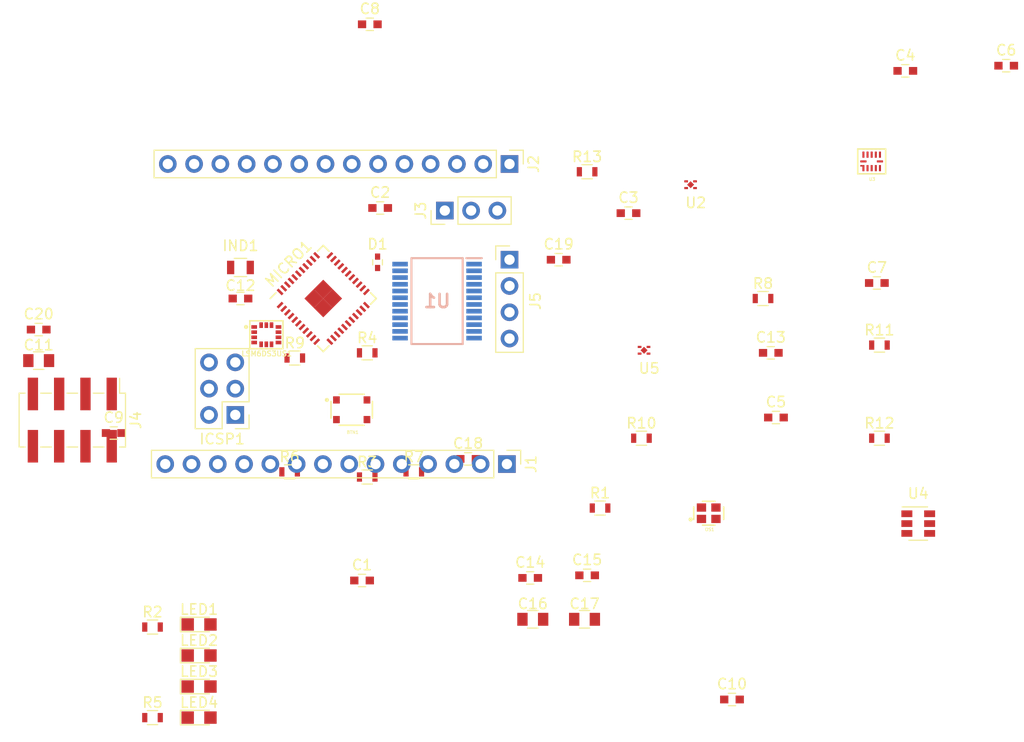
<source format=kicad_pcb>
(kicad_pcb (version 4) (host pcbnew 4.0.7)

  (general
    (links 184)
    (no_connects 184)
    (area 82.445 65.635 185.295238 141.325)
    (thickness 1.6)
    (drawings 3)
    (tracks 0)
    (zones 0)
    (modules 54)
    (nets 63)
  )

  (page A4)
  (layers
    (0 F.Cu signal)
    (31 B.Cu signal)
    (32 B.Adhes user)
    (33 F.Adhes user)
    (34 B.Paste user)
    (35 F.Paste user)
    (36 B.SilkS user)
    (37 F.SilkS user)
    (38 B.Mask user)
    (39 F.Mask user)
    (40 Dwgs.User user)
    (41 Cmts.User user)
    (42 Eco1.User user)
    (43 Eco2.User user)
    (44 Edge.Cuts user)
    (45 Margin user)
    (46 B.CrtYd user)
    (47 F.CrtYd user)
    (48 B.Fab user)
    (49 F.Fab user)
  )

  (setup
    (last_trace_width 0.25)
    (trace_clearance 0.2)
    (zone_clearance 0.508)
    (zone_45_only no)
    (trace_min 0.2)
    (segment_width 0.2)
    (edge_width 0.1)
    (via_size 0.6)
    (via_drill 0.4)
    (via_min_size 0.4)
    (via_min_drill 0.3)
    (uvia_size 0.3)
    (uvia_drill 0.1)
    (uvias_allowed no)
    (uvia_min_size 0.2)
    (uvia_min_drill 0.1)
    (pcb_text_width 0.3)
    (pcb_text_size 1.5 1.5)
    (mod_edge_width 0.15)
    (mod_text_size 1 1)
    (mod_text_width 0.15)
    (pad_size 1.5 1.5)
    (pad_drill 0.6)
    (pad_to_mask_clearance 0)
    (aux_axis_origin 0 0)
    (visible_elements FFFEFF7F)
    (pcbplotparams
      (layerselection 0x00030_80000001)
      (usegerberextensions false)
      (excludeedgelayer true)
      (linewidth 0.100000)
      (plotframeref false)
      (viasonmask false)
      (mode 1)
      (useauxorigin false)
      (hpglpennumber 1)
      (hpglpenspeed 20)
      (hpglpendiameter 15)
      (hpglpenoverlay 2)
      (psnegative false)
      (psa4output false)
      (plotreference true)
      (plotvalue true)
      (plotinvisibletext false)
      (padsonsilk false)
      (subtractmaskfromsilk false)
      (outputformat 1)
      (mirror false)
      (drillshape 1)
      (scaleselection 1)
      (outputdirectory ""))
  )

  (net 0 "")
  (net 1 "Net-(BTN1-Pad1)")
  (net 2 /RESET)
  (net 3 GND)
  (net 4 "Net-(BTN1-Pad4)")
  (net 5 "Net-(C1-Pad1)")
  (net 6 "Net-(C2-Pad1)")
  (net 7 "Net-(C3-Pad1)")
  (net 8 /AREF)
  (net 9 +5V)
  (net 10 +12V)
  (net 11 "Net-(C8-Pad1)")
  (net 12 +3V3)
  (net 13 +1V8)
  (net 14 /MISO)
  (net 15 /SCK)
  (net 16 /MOSI)
  (net 17 /IO10*)
  (net 18 /IO9*)
  (net 19 /IO8)
  (net 20 /IO12*)
  (net 21 /D1/TX)
  (net 22 /D0/RX)
  (net 23 /D3/SCL)
  (net 24 /D2/SDA)
  (net 25 /IO11*)
  (net 26 /IO13*)
  (net 27 /A0)
  (net 28 /A1)
  (net 29 /A2)
  (net 30 /A3)
  (net 31 /A4)
  (net 32 /A5)
  (net 33 /D7)
  (net 34 /RXLED/SS)
  (net 35 "Net-(J3-Pad2)")
  (net 36 /D6*)
  (net 37 /IRQ)
  (net 38 /M2B)
  (net 39 /M2A)
  (net 40 /M1B)
  (net 41 /M1A)
  (net 42 "Net-(LED1-Pad2)")
  (net 43 "Net-(LED2-Pad2)")
  (net 44 "Net-(LED3-Pad2)")
  (net 45 "Net-(LED4-Pad2)")
  (net 46 /L_HI)
  (net 47 /INT1)
  (net 48 /INT2)
  (net 49 "Net-(LSM6DS3US1-Pad10)")
  (net 50 "Net-(LSM6DS3US1-Pad11)")
  (net 51 /SCL_1V8)
  (net 52 /SDA_1V8)
  (net 53 "Net-(MICRO1-Pad3)")
  (net 54 "Net-(MICRO1-Pad4)")
  (net 55 /TXLED)
  (net 56 /D4*)
  (net 57 /D5*)
  (net 58 /HWB)
  (net 59 "Net-(U2-Pad5)")
  (net 60 "Net-(U4-Pad3)")
  (net 61 "Net-(U4-Pad5)")
  (net 62 "Net-(U5-Pad5)")

  (net_class Default "This is the default net class."
    (clearance 0.2)
    (trace_width 0.25)
    (via_dia 0.6)
    (via_drill 0.4)
    (uvia_dia 0.3)
    (uvia_drill 0.1)
    (add_net +12V)
    (add_net +1V8)
    (add_net +3V3)
    (add_net +5V)
    (add_net /A0)
    (add_net /A1)
    (add_net /A2)
    (add_net /A3)
    (add_net /A4)
    (add_net /A5)
    (add_net /AREF)
    (add_net /D0/RX)
    (add_net /D1/TX)
    (add_net /D2/SDA)
    (add_net /D3/SCL)
    (add_net /D4*)
    (add_net /D5*)
    (add_net /D6*)
    (add_net /D7)
    (add_net /HWB)
    (add_net /INT1)
    (add_net /INT2)
    (add_net /IO10*)
    (add_net /IO11*)
    (add_net /IO12*)
    (add_net /IO13*)
    (add_net /IO8)
    (add_net /IO9*)
    (add_net /IRQ)
    (add_net /L_HI)
    (add_net /M1A)
    (add_net /M1B)
    (add_net /M2A)
    (add_net /M2B)
    (add_net /MISO)
    (add_net /MOSI)
    (add_net /RESET)
    (add_net /RXLED/SS)
    (add_net /SCK)
    (add_net /SCL_1V8)
    (add_net /SDA_1V8)
    (add_net /TXLED)
    (add_net GND)
    (add_net "Net-(BTN1-Pad1)")
    (add_net "Net-(BTN1-Pad4)")
    (add_net "Net-(C1-Pad1)")
    (add_net "Net-(C2-Pad1)")
    (add_net "Net-(C3-Pad1)")
    (add_net "Net-(C8-Pad1)")
    (add_net "Net-(J3-Pad2)")
    (add_net "Net-(LED1-Pad2)")
    (add_net "Net-(LED2-Pad2)")
    (add_net "Net-(LED3-Pad2)")
    (add_net "Net-(LED4-Pad2)")
    (add_net "Net-(LSM6DS3US1-Pad10)")
    (add_net "Net-(LSM6DS3US1-Pad11)")
    (add_net "Net-(MICRO1-Pad3)")
    (add_net "Net-(MICRO1-Pad4)")
    (add_net "Net-(U2-Pad5)")
    (add_net "Net-(U4-Pad3)")
    (add_net "Net-(U4-Pad5)")
    (add_net "Net-(U5-Pad5)")
  )

  (module footprints:KMT071_NGJ_LHS (layer F.Cu) (tedit 59DC5455) (tstamp 5A6A3380)
    (at 120.25 110.75)
    (path /59CD35BF)
    (fp_text reference BTN1 (at 0.09 2.18) (layer F.SilkS)
      (effects (font (size 0.3 0.3) (thickness 0.06)))
    )
    (fp_text value CKN10291CT-ND (at 0.06 -2.3) (layer F.Fab)
      (effects (font (size 0.3 0.3) (thickness 0.06)))
    )
    (fp_line (start -2 0.8) (end -2 -0.8) (layer F.SilkS) (width 0.15))
    (fp_line (start 1.2 1.5) (end -1.2 1.5) (layer F.SilkS) (width 0.15))
    (fp_line (start 2 -0.8) (end 2 0.8) (layer F.SilkS) (width 0.15))
    (fp_line (start -1.2 -1.5) (end 1.2 -1.5) (layer F.SilkS) (width 0.15))
    (fp_circle (center -2.4 -0.95) (end -2.4 -0.85) (layer F.SilkS) (width 0.2))
    (pad 1 smd rect (at -1.475 -0.95) (size 0.65 0.7) (layers F.Cu F.Paste F.Mask)
      (net 1 "Net-(BTN1-Pad1)"))
    (pad 2 smd rect (at 1.475 -0.95) (size 0.65 0.7) (layers F.Cu F.Paste F.Mask)
      (net 2 /RESET))
    (pad 3 smd rect (at -1.475 0.95) (size 0.65 0.7) (layers F.Cu F.Paste F.Mask)
      (net 3 GND))
    (pad 4 smd rect (at 1.475 0.95) (size 0.65 0.7) (layers F.Cu F.Paste F.Mask)
      (net 4 "Net-(BTN1-Pad4)"))
  )

  (module Capacitors_SMD:C_0603 (layer F.Cu) (tedit 59958EE7) (tstamp 5A6A3391)
    (at 121.25 127.25)
    (descr "Capacitor SMD 0603, reflow soldering, AVX (see smccp.pdf)")
    (tags "capacitor 0603")
    (path /59CBE101)
    (attr smd)
    (fp_text reference C1 (at 0 -1.5) (layer F.SilkS)
      (effects (font (size 1 1) (thickness 0.15)))
    )
    (fp_text value 10pF (at 0 1.5) (layer F.Fab)
      (effects (font (size 1 1) (thickness 0.15)))
    )
    (fp_line (start 1.4 0.65) (end -1.4 0.65) (layer F.CrtYd) (width 0.05))
    (fp_line (start 1.4 0.65) (end 1.4 -0.65) (layer F.CrtYd) (width 0.05))
    (fp_line (start -1.4 -0.65) (end -1.4 0.65) (layer F.CrtYd) (width 0.05))
    (fp_line (start -1.4 -0.65) (end 1.4 -0.65) (layer F.CrtYd) (width 0.05))
    (fp_line (start 0.35 0.6) (end -0.35 0.6) (layer F.SilkS) (width 0.12))
    (fp_line (start -0.35 -0.6) (end 0.35 -0.6) (layer F.SilkS) (width 0.12))
    (fp_line (start -0.8 -0.4) (end 0.8 -0.4) (layer F.Fab) (width 0.1))
    (fp_line (start 0.8 -0.4) (end 0.8 0.4) (layer F.Fab) (width 0.1))
    (fp_line (start 0.8 0.4) (end -0.8 0.4) (layer F.Fab) (width 0.1))
    (fp_line (start -0.8 0.4) (end -0.8 -0.4) (layer F.Fab) (width 0.1))
    (fp_text user %R (at 0 0) (layer F.Fab)
      (effects (font (size 0.3 0.3) (thickness 0.075)))
    )
    (pad 2 smd rect (at 0.75 0) (size 0.8 0.75) (layers F.Cu F.Paste F.Mask)
      (net 3 GND))
    (pad 1 smd rect (at -0.75 0) (size 0.8 0.75) (layers F.Cu F.Paste F.Mask)
      (net 5 "Net-(C1-Pad1)"))
    (model Capacitors_SMD.3dshapes/C_0603.wrl
      (at (xyz 0 0 0))
      (scale (xyz 1 1 1))
      (rotate (xyz 0 0 0))
    )
  )

  (module Capacitors_SMD:C_0603 (layer F.Cu) (tedit 59958EE7) (tstamp 5A6A33A2)
    (at 123 91.25)
    (descr "Capacitor SMD 0603, reflow soldering, AVX (see smccp.pdf)")
    (tags "capacitor 0603")
    (path /59CBE13C)
    (attr smd)
    (fp_text reference C2 (at 0 -1.5) (layer F.SilkS)
      (effects (font (size 1 1) (thickness 0.15)))
    )
    (fp_text value 10pF (at 0 1.5) (layer F.Fab)
      (effects (font (size 1 1) (thickness 0.15)))
    )
    (fp_line (start 1.4 0.65) (end -1.4 0.65) (layer F.CrtYd) (width 0.05))
    (fp_line (start 1.4 0.65) (end 1.4 -0.65) (layer F.CrtYd) (width 0.05))
    (fp_line (start -1.4 -0.65) (end -1.4 0.65) (layer F.CrtYd) (width 0.05))
    (fp_line (start -1.4 -0.65) (end 1.4 -0.65) (layer F.CrtYd) (width 0.05))
    (fp_line (start 0.35 0.6) (end -0.35 0.6) (layer F.SilkS) (width 0.12))
    (fp_line (start -0.35 -0.6) (end 0.35 -0.6) (layer F.SilkS) (width 0.12))
    (fp_line (start -0.8 -0.4) (end 0.8 -0.4) (layer F.Fab) (width 0.1))
    (fp_line (start 0.8 -0.4) (end 0.8 0.4) (layer F.Fab) (width 0.1))
    (fp_line (start 0.8 0.4) (end -0.8 0.4) (layer F.Fab) (width 0.1))
    (fp_line (start -0.8 0.4) (end -0.8 -0.4) (layer F.Fab) (width 0.1))
    (fp_text user %R (at 0 0) (layer F.Fab)
      (effects (font (size 0.3 0.3) (thickness 0.075)))
    )
    (pad 2 smd rect (at 0.75 0) (size 0.8 0.75) (layers F.Cu F.Paste F.Mask)
      (net 3 GND))
    (pad 1 smd rect (at -0.75 0) (size 0.8 0.75) (layers F.Cu F.Paste F.Mask)
      (net 6 "Net-(C2-Pad1)"))
    (model Capacitors_SMD.3dshapes/C_0603.wrl
      (at (xyz 0 0 0))
      (scale (xyz 1 1 1))
      (rotate (xyz 0 0 0))
    )
  )

  (module Capacitors_SMD:C_0603 (layer F.Cu) (tedit 59958EE7) (tstamp 5A6A33B3)
    (at 147 91.75)
    (descr "Capacitor SMD 0603, reflow soldering, AVX (see smccp.pdf)")
    (tags "capacitor 0603")
    (path /59CD5799)
    (attr smd)
    (fp_text reference C3 (at 0 -1.5) (layer F.SilkS)
      (effects (font (size 1 1) (thickness 0.15)))
    )
    (fp_text value 1uF (at 0 1.5) (layer F.Fab)
      (effects (font (size 1 1) (thickness 0.15)))
    )
    (fp_line (start 1.4 0.65) (end -1.4 0.65) (layer F.CrtYd) (width 0.05))
    (fp_line (start 1.4 0.65) (end 1.4 -0.65) (layer F.CrtYd) (width 0.05))
    (fp_line (start -1.4 -0.65) (end -1.4 0.65) (layer F.CrtYd) (width 0.05))
    (fp_line (start -1.4 -0.65) (end 1.4 -0.65) (layer F.CrtYd) (width 0.05))
    (fp_line (start 0.35 0.6) (end -0.35 0.6) (layer F.SilkS) (width 0.12))
    (fp_line (start -0.35 -0.6) (end 0.35 -0.6) (layer F.SilkS) (width 0.12))
    (fp_line (start -0.8 -0.4) (end 0.8 -0.4) (layer F.Fab) (width 0.1))
    (fp_line (start 0.8 -0.4) (end 0.8 0.4) (layer F.Fab) (width 0.1))
    (fp_line (start 0.8 0.4) (end -0.8 0.4) (layer F.Fab) (width 0.1))
    (fp_line (start -0.8 0.4) (end -0.8 -0.4) (layer F.Fab) (width 0.1))
    (fp_text user %R (at 0 0) (layer F.Fab)
      (effects (font (size 0.3 0.3) (thickness 0.075)))
    )
    (pad 2 smd rect (at 0.75 0) (size 0.8 0.75) (layers F.Cu F.Paste F.Mask)
      (net 3 GND))
    (pad 1 smd rect (at -0.75 0) (size 0.8 0.75) (layers F.Cu F.Paste F.Mask)
      (net 7 "Net-(C3-Pad1)"))
    (model Capacitors_SMD.3dshapes/C_0603.wrl
      (at (xyz 0 0 0))
      (scale (xyz 1 1 1))
      (rotate (xyz 0 0 0))
    )
  )

  (module Capacitors_SMD:C_0603 (layer F.Cu) (tedit 59958EE7) (tstamp 5A6A33C4)
    (at 173.75 78)
    (descr "Capacitor SMD 0603, reflow soldering, AVX (see smccp.pdf)")
    (tags "capacitor 0603")
    (path /59CD54E8)
    (attr smd)
    (fp_text reference C4 (at 0 -1.5) (layer F.SilkS)
      (effects (font (size 1 1) (thickness 0.15)))
    )
    (fp_text value .1uF (at 0 1.5) (layer F.Fab)
      (effects (font (size 1 1) (thickness 0.15)))
    )
    (fp_line (start 1.4 0.65) (end -1.4 0.65) (layer F.CrtYd) (width 0.05))
    (fp_line (start 1.4 0.65) (end 1.4 -0.65) (layer F.CrtYd) (width 0.05))
    (fp_line (start -1.4 -0.65) (end -1.4 0.65) (layer F.CrtYd) (width 0.05))
    (fp_line (start -1.4 -0.65) (end 1.4 -0.65) (layer F.CrtYd) (width 0.05))
    (fp_line (start 0.35 0.6) (end -0.35 0.6) (layer F.SilkS) (width 0.12))
    (fp_line (start -0.35 -0.6) (end 0.35 -0.6) (layer F.SilkS) (width 0.12))
    (fp_line (start -0.8 -0.4) (end 0.8 -0.4) (layer F.Fab) (width 0.1))
    (fp_line (start 0.8 -0.4) (end 0.8 0.4) (layer F.Fab) (width 0.1))
    (fp_line (start 0.8 0.4) (end -0.8 0.4) (layer F.Fab) (width 0.1))
    (fp_line (start -0.8 0.4) (end -0.8 -0.4) (layer F.Fab) (width 0.1))
    (fp_text user %R (at 0 0) (layer F.Fab)
      (effects (font (size 0.3 0.3) (thickness 0.075)))
    )
    (pad 2 smd rect (at 0.75 0) (size 0.8 0.75) (layers F.Cu F.Paste F.Mask)
      (net 3 GND))
    (pad 1 smd rect (at -0.75 0) (size 0.8 0.75) (layers F.Cu F.Paste F.Mask)
      (net 8 /AREF))
    (model Capacitors_SMD.3dshapes/C_0603.wrl
      (at (xyz 0 0 0))
      (scale (xyz 1 1 1))
      (rotate (xyz 0 0 0))
    )
  )

  (module Capacitors_SMD:C_0603 (layer F.Cu) (tedit 59958EE7) (tstamp 5A6A33D5)
    (at 161.25 111.5)
    (descr "Capacitor SMD 0603, reflow soldering, AVX (see smccp.pdf)")
    (tags "capacitor 0603")
    (path /59CD37F8)
    (attr smd)
    (fp_text reference C5 (at 0 -1.5) (layer F.SilkS)
      (effects (font (size 1 1) (thickness 0.15)))
    )
    (fp_text value .1uF (at 0 1.5) (layer F.Fab)
      (effects (font (size 1 1) (thickness 0.15)))
    )
    (fp_line (start 1.4 0.65) (end -1.4 0.65) (layer F.CrtYd) (width 0.05))
    (fp_line (start 1.4 0.65) (end 1.4 -0.65) (layer F.CrtYd) (width 0.05))
    (fp_line (start -1.4 -0.65) (end -1.4 0.65) (layer F.CrtYd) (width 0.05))
    (fp_line (start -1.4 -0.65) (end 1.4 -0.65) (layer F.CrtYd) (width 0.05))
    (fp_line (start 0.35 0.6) (end -0.35 0.6) (layer F.SilkS) (width 0.12))
    (fp_line (start -0.35 -0.6) (end 0.35 -0.6) (layer F.SilkS) (width 0.12))
    (fp_line (start -0.8 -0.4) (end 0.8 -0.4) (layer F.Fab) (width 0.1))
    (fp_line (start 0.8 -0.4) (end 0.8 0.4) (layer F.Fab) (width 0.1))
    (fp_line (start 0.8 0.4) (end -0.8 0.4) (layer F.Fab) (width 0.1))
    (fp_line (start -0.8 0.4) (end -0.8 -0.4) (layer F.Fab) (width 0.1))
    (fp_text user %R (at 0 0) (layer F.Fab)
      (effects (font (size 0.3 0.3) (thickness 0.075)))
    )
    (pad 2 smd rect (at 0.75 0) (size 0.8 0.75) (layers F.Cu F.Paste F.Mask)
      (net 9 +5V))
    (pad 1 smd rect (at -0.75 0) (size 0.8 0.75) (layers F.Cu F.Paste F.Mask)
      (net 3 GND))
    (model Capacitors_SMD.3dshapes/C_0603.wrl
      (at (xyz 0 0 0))
      (scale (xyz 1 1 1))
      (rotate (xyz 0 0 0))
    )
  )

  (module Capacitors_SMD:C_0603 (layer F.Cu) (tedit 59958EE7) (tstamp 5A6A33E6)
    (at 183.5 77.5)
    (descr "Capacitor SMD 0603, reflow soldering, AVX (see smccp.pdf)")
    (tags "capacitor 0603")
    (path /59CD3865)
    (attr smd)
    (fp_text reference C6 (at 0 -1.5) (layer F.SilkS)
      (effects (font (size 1 1) (thickness 0.15)))
    )
    (fp_text value .1uF (at 0 1.5) (layer F.Fab)
      (effects (font (size 1 1) (thickness 0.15)))
    )
    (fp_line (start 1.4 0.65) (end -1.4 0.65) (layer F.CrtYd) (width 0.05))
    (fp_line (start 1.4 0.65) (end 1.4 -0.65) (layer F.CrtYd) (width 0.05))
    (fp_line (start -1.4 -0.65) (end -1.4 0.65) (layer F.CrtYd) (width 0.05))
    (fp_line (start -1.4 -0.65) (end 1.4 -0.65) (layer F.CrtYd) (width 0.05))
    (fp_line (start 0.35 0.6) (end -0.35 0.6) (layer F.SilkS) (width 0.12))
    (fp_line (start -0.35 -0.6) (end 0.35 -0.6) (layer F.SilkS) (width 0.12))
    (fp_line (start -0.8 -0.4) (end 0.8 -0.4) (layer F.Fab) (width 0.1))
    (fp_line (start 0.8 -0.4) (end 0.8 0.4) (layer F.Fab) (width 0.1))
    (fp_line (start 0.8 0.4) (end -0.8 0.4) (layer F.Fab) (width 0.1))
    (fp_line (start -0.8 0.4) (end -0.8 -0.4) (layer F.Fab) (width 0.1))
    (fp_text user %R (at 0 0) (layer F.Fab)
      (effects (font (size 0.3 0.3) (thickness 0.075)))
    )
    (pad 2 smd rect (at 0.75 0) (size 0.8 0.75) (layers F.Cu F.Paste F.Mask)
      (net 9 +5V))
    (pad 1 smd rect (at -0.75 0) (size 0.8 0.75) (layers F.Cu F.Paste F.Mask)
      (net 3 GND))
    (model Capacitors_SMD.3dshapes/C_0603.wrl
      (at (xyz 0 0 0))
      (scale (xyz 1 1 1))
      (rotate (xyz 0 0 0))
    )
  )

  (module Capacitors_SMD:C_0603 (layer F.Cu) (tedit 59958EE7) (tstamp 5A6A33F7)
    (at 171 98.5)
    (descr "Capacitor SMD 0603, reflow soldering, AVX (see smccp.pdf)")
    (tags "capacitor 0603")
    (path /59D1C33A)
    (attr smd)
    (fp_text reference C7 (at 0 -1.5) (layer F.SilkS)
      (effects (font (size 1 1) (thickness 0.15)))
    )
    (fp_text value 1uF (at 0 1.5) (layer F.Fab)
      (effects (font (size 1 1) (thickness 0.15)))
    )
    (fp_line (start 1.4 0.65) (end -1.4 0.65) (layer F.CrtYd) (width 0.05))
    (fp_line (start 1.4 0.65) (end 1.4 -0.65) (layer F.CrtYd) (width 0.05))
    (fp_line (start -1.4 -0.65) (end -1.4 0.65) (layer F.CrtYd) (width 0.05))
    (fp_line (start -1.4 -0.65) (end 1.4 -0.65) (layer F.CrtYd) (width 0.05))
    (fp_line (start 0.35 0.6) (end -0.35 0.6) (layer F.SilkS) (width 0.12))
    (fp_line (start -0.35 -0.6) (end 0.35 -0.6) (layer F.SilkS) (width 0.12))
    (fp_line (start -0.8 -0.4) (end 0.8 -0.4) (layer F.Fab) (width 0.1))
    (fp_line (start 0.8 -0.4) (end 0.8 0.4) (layer F.Fab) (width 0.1))
    (fp_line (start 0.8 0.4) (end -0.8 0.4) (layer F.Fab) (width 0.1))
    (fp_line (start -0.8 0.4) (end -0.8 -0.4) (layer F.Fab) (width 0.1))
    (fp_text user %R (at 0 0) (layer F.Fab)
      (effects (font (size 0.3 0.3) (thickness 0.075)))
    )
    (pad 2 smd rect (at 0.75 0) (size 0.8 0.75) (layers F.Cu F.Paste F.Mask)
      (net 3 GND))
    (pad 1 smd rect (at -0.75 0) (size 0.8 0.75) (layers F.Cu F.Paste F.Mask)
      (net 10 +12V))
    (model Capacitors_SMD.3dshapes/C_0603.wrl
      (at (xyz 0 0 0))
      (scale (xyz 1 1 1))
      (rotate (xyz 0 0 0))
    )
  )

  (module Capacitors_SMD:C_0603 (layer F.Cu) (tedit 59958EE7) (tstamp 5A6A3408)
    (at 122 73.5)
    (descr "Capacitor SMD 0603, reflow soldering, AVX (see smccp.pdf)")
    (tags "capacitor 0603")
    (path /59CD6CC3)
    (attr smd)
    (fp_text reference C8 (at 0 -1.5) (layer F.SilkS)
      (effects (font (size 1 1) (thickness 0.15)))
    )
    (fp_text value 1uF (at 0 1.5) (layer F.Fab)
      (effects (font (size 1 1) (thickness 0.15)))
    )
    (fp_line (start 1.4 0.65) (end -1.4 0.65) (layer F.CrtYd) (width 0.05))
    (fp_line (start 1.4 0.65) (end 1.4 -0.65) (layer F.CrtYd) (width 0.05))
    (fp_line (start -1.4 -0.65) (end -1.4 0.65) (layer F.CrtYd) (width 0.05))
    (fp_line (start -1.4 -0.65) (end 1.4 -0.65) (layer F.CrtYd) (width 0.05))
    (fp_line (start 0.35 0.6) (end -0.35 0.6) (layer F.SilkS) (width 0.12))
    (fp_line (start -0.35 -0.6) (end 0.35 -0.6) (layer F.SilkS) (width 0.12))
    (fp_line (start -0.8 -0.4) (end 0.8 -0.4) (layer F.Fab) (width 0.1))
    (fp_line (start 0.8 -0.4) (end 0.8 0.4) (layer F.Fab) (width 0.1))
    (fp_line (start 0.8 0.4) (end -0.8 0.4) (layer F.Fab) (width 0.1))
    (fp_line (start -0.8 0.4) (end -0.8 -0.4) (layer F.Fab) (width 0.1))
    (fp_text user %R (at 0 0) (layer F.Fab)
      (effects (font (size 0.3 0.3) (thickness 0.075)))
    )
    (pad 2 smd rect (at 0.75 0) (size 0.8 0.75) (layers F.Cu F.Paste F.Mask)
      (net 3 GND))
    (pad 1 smd rect (at -0.75 0) (size 0.8 0.75) (layers F.Cu F.Paste F.Mask)
      (net 11 "Net-(C8-Pad1)"))
    (model Capacitors_SMD.3dshapes/C_0603.wrl
      (at (xyz 0 0 0))
      (scale (xyz 1 1 1))
      (rotate (xyz 0 0 0))
    )
  )

  (module Capacitors_SMD:C_0603 (layer F.Cu) (tedit 59958EE7) (tstamp 5A6A3419)
    (at 97.25 113)
    (descr "Capacitor SMD 0603, reflow soldering, AVX (see smccp.pdf)")
    (tags "capacitor 0603")
    (path /59D1C3B7)
    (attr smd)
    (fp_text reference C9 (at 0 -1.5) (layer F.SilkS)
      (effects (font (size 1 1) (thickness 0.15)))
    )
    (fp_text value 1uF (at 0 1.5) (layer F.Fab)
      (effects (font (size 1 1) (thickness 0.15)))
    )
    (fp_line (start 1.4 0.65) (end -1.4 0.65) (layer F.CrtYd) (width 0.05))
    (fp_line (start 1.4 0.65) (end 1.4 -0.65) (layer F.CrtYd) (width 0.05))
    (fp_line (start -1.4 -0.65) (end -1.4 0.65) (layer F.CrtYd) (width 0.05))
    (fp_line (start -1.4 -0.65) (end 1.4 -0.65) (layer F.CrtYd) (width 0.05))
    (fp_line (start 0.35 0.6) (end -0.35 0.6) (layer F.SilkS) (width 0.12))
    (fp_line (start -0.35 -0.6) (end 0.35 -0.6) (layer F.SilkS) (width 0.12))
    (fp_line (start -0.8 -0.4) (end 0.8 -0.4) (layer F.Fab) (width 0.1))
    (fp_line (start 0.8 -0.4) (end 0.8 0.4) (layer F.Fab) (width 0.1))
    (fp_line (start 0.8 0.4) (end -0.8 0.4) (layer F.Fab) (width 0.1))
    (fp_line (start -0.8 0.4) (end -0.8 -0.4) (layer F.Fab) (width 0.1))
    (fp_text user %R (at 0 0) (layer F.Fab)
      (effects (font (size 0.3 0.3) (thickness 0.075)))
    )
    (pad 2 smd rect (at 0.75 0) (size 0.8 0.75) (layers F.Cu F.Paste F.Mask)
      (net 3 GND))
    (pad 1 smd rect (at -0.75 0) (size 0.8 0.75) (layers F.Cu F.Paste F.Mask)
      (net 9 +5V))
    (model Capacitors_SMD.3dshapes/C_0603.wrl
      (at (xyz 0 0 0))
      (scale (xyz 1 1 1))
      (rotate (xyz 0 0 0))
    )
  )

  (module Capacitors_SMD:C_0603 (layer F.Cu) (tedit 59958EE7) (tstamp 5A6A342A)
    (at 157 138.75)
    (descr "Capacitor SMD 0603, reflow soldering, AVX (see smccp.pdf)")
    (tags "capacitor 0603")
    (path /59D2B30D)
    (attr smd)
    (fp_text reference C10 (at 0 -1.5) (layer F.SilkS)
      (effects (font (size 1 1) (thickness 0.15)))
    )
    (fp_text value 100nF (at 0 1.5) (layer F.Fab)
      (effects (font (size 1 1) (thickness 0.15)))
    )
    (fp_line (start 1.4 0.65) (end -1.4 0.65) (layer F.CrtYd) (width 0.05))
    (fp_line (start 1.4 0.65) (end 1.4 -0.65) (layer F.CrtYd) (width 0.05))
    (fp_line (start -1.4 -0.65) (end -1.4 0.65) (layer F.CrtYd) (width 0.05))
    (fp_line (start -1.4 -0.65) (end 1.4 -0.65) (layer F.CrtYd) (width 0.05))
    (fp_line (start 0.35 0.6) (end -0.35 0.6) (layer F.SilkS) (width 0.12))
    (fp_line (start -0.35 -0.6) (end 0.35 -0.6) (layer F.SilkS) (width 0.12))
    (fp_line (start -0.8 -0.4) (end 0.8 -0.4) (layer F.Fab) (width 0.1))
    (fp_line (start 0.8 -0.4) (end 0.8 0.4) (layer F.Fab) (width 0.1))
    (fp_line (start 0.8 0.4) (end -0.8 0.4) (layer F.Fab) (width 0.1))
    (fp_line (start -0.8 0.4) (end -0.8 -0.4) (layer F.Fab) (width 0.1))
    (fp_text user %R (at 0 0) (layer F.Fab)
      (effects (font (size 0.3 0.3) (thickness 0.075)))
    )
    (pad 2 smd rect (at 0.75 0) (size 0.8 0.75) (layers F.Cu F.Paste F.Mask)
      (net 3 GND))
    (pad 1 smd rect (at -0.75 0) (size 0.8 0.75) (layers F.Cu F.Paste F.Mask)
      (net 12 +3V3))
    (model Capacitors_SMD.3dshapes/C_0603.wrl
      (at (xyz 0 0 0))
      (scale (xyz 1 1 1))
      (rotate (xyz 0 0 0))
    )
  )

  (module Capacitors_SMD:C_0805 (layer F.Cu) (tedit 58AA8463) (tstamp 5A6A343B)
    (at 90 106)
    (descr "Capacitor SMD 0805, reflow soldering, AVX (see smccp.pdf)")
    (tags "capacitor 0805")
    (path /59D1CEE5)
    (attr smd)
    (fp_text reference C11 (at 0 -1.5) (layer F.SilkS)
      (effects (font (size 1 1) (thickness 0.15)))
    )
    (fp_text value 10uF (at 0 1.75) (layer F.Fab)
      (effects (font (size 1 1) (thickness 0.15)))
    )
    (fp_text user %R (at 0 -1.5) (layer F.Fab)
      (effects (font (size 1 1) (thickness 0.15)))
    )
    (fp_line (start -1 0.62) (end -1 -0.62) (layer F.Fab) (width 0.1))
    (fp_line (start 1 0.62) (end -1 0.62) (layer F.Fab) (width 0.1))
    (fp_line (start 1 -0.62) (end 1 0.62) (layer F.Fab) (width 0.1))
    (fp_line (start -1 -0.62) (end 1 -0.62) (layer F.Fab) (width 0.1))
    (fp_line (start 0.5 -0.85) (end -0.5 -0.85) (layer F.SilkS) (width 0.12))
    (fp_line (start -0.5 0.85) (end 0.5 0.85) (layer F.SilkS) (width 0.12))
    (fp_line (start -1.75 -0.88) (end 1.75 -0.88) (layer F.CrtYd) (width 0.05))
    (fp_line (start -1.75 -0.88) (end -1.75 0.87) (layer F.CrtYd) (width 0.05))
    (fp_line (start 1.75 0.87) (end 1.75 -0.88) (layer F.CrtYd) (width 0.05))
    (fp_line (start 1.75 0.87) (end -1.75 0.87) (layer F.CrtYd) (width 0.05))
    (pad 1 smd rect (at -1 0) (size 1 1.25) (layers F.Cu F.Paste F.Mask)
      (net 12 +3V3))
    (pad 2 smd rect (at 1 0) (size 1 1.25) (layers F.Cu F.Paste F.Mask)
      (net 3 GND))
    (model Capacitors_SMD.3dshapes/C_0805.wrl
      (at (xyz 0 0 0))
      (scale (xyz 1 1 1))
      (rotate (xyz 0 0 0))
    )
  )

  (module Capacitors_SMD:C_0603 (layer F.Cu) (tedit 5A6A3C04) (tstamp 5A6A344C)
    (at 109.5 100)
    (descr "Capacitor SMD 0603, reflow soldering, AVX (see smccp.pdf)")
    (tags "capacitor 0603")
    (path /59D255B8)
    (attr smd)
    (fp_text reference C12 (at 0 -1.25) (layer F.SilkS)
      (effects (font (size 1 1) (thickness 0.15)))
    )
    (fp_text value 1uF (at 0 1.5) (layer F.Fab)
      (effects (font (size 1 1) (thickness 0.15)))
    )
    (fp_line (start 1.4 0.65) (end -1.4 0.65) (layer F.CrtYd) (width 0.05))
    (fp_line (start 1.4 0.65) (end 1.4 -0.65) (layer F.CrtYd) (width 0.05))
    (fp_line (start -1.4 -0.65) (end -1.4 0.65) (layer F.CrtYd) (width 0.05))
    (fp_line (start -1.4 -0.65) (end 1.4 -0.65) (layer F.CrtYd) (width 0.05))
    (fp_line (start 0.35 0.6) (end -0.35 0.6) (layer F.SilkS) (width 0.12))
    (fp_line (start -0.35 -0.6) (end 0.35 -0.6) (layer F.SilkS) (width 0.12))
    (fp_line (start -0.8 -0.4) (end 0.8 -0.4) (layer F.Fab) (width 0.1))
    (fp_line (start 0.8 -0.4) (end 0.8 0.4) (layer F.Fab) (width 0.1))
    (fp_line (start 0.8 0.4) (end -0.8 0.4) (layer F.Fab) (width 0.1))
    (fp_line (start -0.8 0.4) (end -0.8 -0.4) (layer F.Fab) (width 0.1))
    (fp_text user %R (at 0 0) (layer F.Fab)
      (effects (font (size 0.3 0.3) (thickness 0.075)))
    )
    (pad 2 smd rect (at 0.75 0) (size 0.8 0.75) (layers F.Cu F.Paste F.Mask)
      (net 3 GND))
    (pad 1 smd rect (at -0.75 0) (size 0.8 0.75) (layers F.Cu F.Paste F.Mask)
      (net 9 +5V))
    (model Capacitors_SMD.3dshapes/C_0603.wrl
      (at (xyz 0 0 0))
      (scale (xyz 1 1 1))
      (rotate (xyz 0 0 0))
    )
  )

  (module Capacitors_SMD:C_0603 (layer F.Cu) (tedit 59958EE7) (tstamp 5A6A345D)
    (at 160.75 105.25)
    (descr "Capacitor SMD 0603, reflow soldering, AVX (see smccp.pdf)")
    (tags "capacitor 0603")
    (path /59D022C5)
    (attr smd)
    (fp_text reference C13 (at 0 -1.5) (layer F.SilkS)
      (effects (font (size 1 1) (thickness 0.15)))
    )
    (fp_text value 100nF (at 0 1.5) (layer F.Fab)
      (effects (font (size 1 1) (thickness 0.15)))
    )
    (fp_line (start 1.4 0.65) (end -1.4 0.65) (layer F.CrtYd) (width 0.05))
    (fp_line (start 1.4 0.65) (end 1.4 -0.65) (layer F.CrtYd) (width 0.05))
    (fp_line (start -1.4 -0.65) (end -1.4 0.65) (layer F.CrtYd) (width 0.05))
    (fp_line (start -1.4 -0.65) (end 1.4 -0.65) (layer F.CrtYd) (width 0.05))
    (fp_line (start 0.35 0.6) (end -0.35 0.6) (layer F.SilkS) (width 0.12))
    (fp_line (start -0.35 -0.6) (end 0.35 -0.6) (layer F.SilkS) (width 0.12))
    (fp_line (start -0.8 -0.4) (end 0.8 -0.4) (layer F.Fab) (width 0.1))
    (fp_line (start 0.8 -0.4) (end 0.8 0.4) (layer F.Fab) (width 0.1))
    (fp_line (start 0.8 0.4) (end -0.8 0.4) (layer F.Fab) (width 0.1))
    (fp_line (start -0.8 0.4) (end -0.8 -0.4) (layer F.Fab) (width 0.1))
    (fp_text user %R (at 0 0) (layer F.Fab)
      (effects (font (size 0.3 0.3) (thickness 0.075)))
    )
    (pad 2 smd rect (at 0.75 0) (size 0.8 0.75) (layers F.Cu F.Paste F.Mask)
      (net 3 GND))
    (pad 1 smd rect (at -0.75 0) (size 0.8 0.75) (layers F.Cu F.Paste F.Mask)
      (net 13 +1V8))
    (model Capacitors_SMD.3dshapes/C_0603.wrl
      (at (xyz 0 0 0))
      (scale (xyz 1 1 1))
      (rotate (xyz 0 0 0))
    )
  )

  (module Capacitors_SMD:C_0603 (layer F.Cu) (tedit 59958EE7) (tstamp 5A6A346E)
    (at 137.5 127)
    (descr "Capacitor SMD 0603, reflow soldering, AVX (see smccp.pdf)")
    (tags "capacitor 0603")
    (path /59D2CCDC)
    (attr smd)
    (fp_text reference C14 (at 0 -1.5) (layer F.SilkS)
      (effects (font (size 1 1) (thickness 0.15)))
    )
    (fp_text value 100nF (at 0 1.5) (layer F.Fab)
      (effects (font (size 1 1) (thickness 0.15)))
    )
    (fp_line (start 1.4 0.65) (end -1.4 0.65) (layer F.CrtYd) (width 0.05))
    (fp_line (start 1.4 0.65) (end 1.4 -0.65) (layer F.CrtYd) (width 0.05))
    (fp_line (start -1.4 -0.65) (end -1.4 0.65) (layer F.CrtYd) (width 0.05))
    (fp_line (start -1.4 -0.65) (end 1.4 -0.65) (layer F.CrtYd) (width 0.05))
    (fp_line (start 0.35 0.6) (end -0.35 0.6) (layer F.SilkS) (width 0.12))
    (fp_line (start -0.35 -0.6) (end 0.35 -0.6) (layer F.SilkS) (width 0.12))
    (fp_line (start -0.8 -0.4) (end 0.8 -0.4) (layer F.Fab) (width 0.1))
    (fp_line (start 0.8 -0.4) (end 0.8 0.4) (layer F.Fab) (width 0.1))
    (fp_line (start 0.8 0.4) (end -0.8 0.4) (layer F.Fab) (width 0.1))
    (fp_line (start -0.8 0.4) (end -0.8 -0.4) (layer F.Fab) (width 0.1))
    (fp_text user %R (at 0 0) (layer F.Fab)
      (effects (font (size 0.3 0.3) (thickness 0.075)))
    )
    (pad 2 smd rect (at 0.75 0) (size 0.8 0.75) (layers F.Cu F.Paste F.Mask)
      (net 3 GND))
    (pad 1 smd rect (at -0.75 0) (size 0.8 0.75) (layers F.Cu F.Paste F.Mask)
      (net 10 +12V))
    (model Capacitors_SMD.3dshapes/C_0603.wrl
      (at (xyz 0 0 0))
      (scale (xyz 1 1 1))
      (rotate (xyz 0 0 0))
    )
  )

  (module Capacitors_SMD:C_0603 (layer F.Cu) (tedit 59958EE7) (tstamp 5A6A347F)
    (at 143 126.75)
    (descr "Capacitor SMD 0603, reflow soldering, AVX (see smccp.pdf)")
    (tags "capacitor 0603")
    (path /59D2C28E)
    (attr smd)
    (fp_text reference C15 (at 0 -1.5) (layer F.SilkS)
      (effects (font (size 1 1) (thickness 0.15)))
    )
    (fp_text value 100nF (at 0 1.5) (layer F.Fab)
      (effects (font (size 1 1) (thickness 0.15)))
    )
    (fp_line (start 1.4 0.65) (end -1.4 0.65) (layer F.CrtYd) (width 0.05))
    (fp_line (start 1.4 0.65) (end 1.4 -0.65) (layer F.CrtYd) (width 0.05))
    (fp_line (start -1.4 -0.65) (end -1.4 0.65) (layer F.CrtYd) (width 0.05))
    (fp_line (start -1.4 -0.65) (end 1.4 -0.65) (layer F.CrtYd) (width 0.05))
    (fp_line (start 0.35 0.6) (end -0.35 0.6) (layer F.SilkS) (width 0.12))
    (fp_line (start -0.35 -0.6) (end 0.35 -0.6) (layer F.SilkS) (width 0.12))
    (fp_line (start -0.8 -0.4) (end 0.8 -0.4) (layer F.Fab) (width 0.1))
    (fp_line (start 0.8 -0.4) (end 0.8 0.4) (layer F.Fab) (width 0.1))
    (fp_line (start 0.8 0.4) (end -0.8 0.4) (layer F.Fab) (width 0.1))
    (fp_line (start -0.8 0.4) (end -0.8 -0.4) (layer F.Fab) (width 0.1))
    (fp_text user %R (at 0 0) (layer F.Fab)
      (effects (font (size 0.3 0.3) (thickness 0.075)))
    )
    (pad 2 smd rect (at 0.75 0) (size 0.8 0.75) (layers F.Cu F.Paste F.Mask)
      (net 3 GND))
    (pad 1 smd rect (at -0.75 0) (size 0.8 0.75) (layers F.Cu F.Paste F.Mask)
      (net 9 +5V))
    (model Capacitors_SMD.3dshapes/C_0603.wrl
      (at (xyz 0 0 0))
      (scale (xyz 1 1 1))
      (rotate (xyz 0 0 0))
    )
  )

  (module Capacitors_SMD:C_0805 (layer F.Cu) (tedit 58AA8463) (tstamp 5A6A3490)
    (at 137.75 131)
    (descr "Capacitor SMD 0805, reflow soldering, AVX (see smccp.pdf)")
    (tags "capacitor 0805")
    (path /59D1DAE6)
    (attr smd)
    (fp_text reference C16 (at 0 -1.5) (layer F.SilkS)
      (effects (font (size 1 1) (thickness 0.15)))
    )
    (fp_text value 10uF (at 0 1.75) (layer F.Fab)
      (effects (font (size 1 1) (thickness 0.15)))
    )
    (fp_text user %R (at 0 -1.5) (layer F.Fab)
      (effects (font (size 1 1) (thickness 0.15)))
    )
    (fp_line (start -1 0.62) (end -1 -0.62) (layer F.Fab) (width 0.1))
    (fp_line (start 1 0.62) (end -1 0.62) (layer F.Fab) (width 0.1))
    (fp_line (start 1 -0.62) (end 1 0.62) (layer F.Fab) (width 0.1))
    (fp_line (start -1 -0.62) (end 1 -0.62) (layer F.Fab) (width 0.1))
    (fp_line (start 0.5 -0.85) (end -0.5 -0.85) (layer F.SilkS) (width 0.12))
    (fp_line (start -0.5 0.85) (end 0.5 0.85) (layer F.SilkS) (width 0.12))
    (fp_line (start -1.75 -0.88) (end 1.75 -0.88) (layer F.CrtYd) (width 0.05))
    (fp_line (start -1.75 -0.88) (end -1.75 0.87) (layer F.CrtYd) (width 0.05))
    (fp_line (start 1.75 0.87) (end 1.75 -0.88) (layer F.CrtYd) (width 0.05))
    (fp_line (start 1.75 0.87) (end -1.75 0.87) (layer F.CrtYd) (width 0.05))
    (pad 1 smd rect (at -1 0) (size 1 1.25) (layers F.Cu F.Paste F.Mask)
      (net 10 +12V))
    (pad 2 smd rect (at 1 0) (size 1 1.25) (layers F.Cu F.Paste F.Mask)
      (net 3 GND))
    (model Capacitors_SMD.3dshapes/C_0805.wrl
      (at (xyz 0 0 0))
      (scale (xyz 1 1 1))
      (rotate (xyz 0 0 0))
    )
  )

  (module Capacitors_SMD:C_0805 (layer F.Cu) (tedit 58AA8463) (tstamp 5A6A34A1)
    (at 142.75 131)
    (descr "Capacitor SMD 0805, reflow soldering, AVX (see smccp.pdf)")
    (tags "capacitor 0805")
    (path /59D1DB5F)
    (attr smd)
    (fp_text reference C17 (at 0 -1.5) (layer F.SilkS)
      (effects (font (size 1 1) (thickness 0.15)))
    )
    (fp_text value 10uF (at 0 1.75) (layer F.Fab)
      (effects (font (size 1 1) (thickness 0.15)))
    )
    (fp_text user %R (at 0 -1.5) (layer F.Fab)
      (effects (font (size 1 1) (thickness 0.15)))
    )
    (fp_line (start -1 0.62) (end -1 -0.62) (layer F.Fab) (width 0.1))
    (fp_line (start 1 0.62) (end -1 0.62) (layer F.Fab) (width 0.1))
    (fp_line (start 1 -0.62) (end 1 0.62) (layer F.Fab) (width 0.1))
    (fp_line (start -1 -0.62) (end 1 -0.62) (layer F.Fab) (width 0.1))
    (fp_line (start 0.5 -0.85) (end -0.5 -0.85) (layer F.SilkS) (width 0.12))
    (fp_line (start -0.5 0.85) (end 0.5 0.85) (layer F.SilkS) (width 0.12))
    (fp_line (start -1.75 -0.88) (end 1.75 -0.88) (layer F.CrtYd) (width 0.05))
    (fp_line (start -1.75 -0.88) (end -1.75 0.87) (layer F.CrtYd) (width 0.05))
    (fp_line (start 1.75 0.87) (end 1.75 -0.88) (layer F.CrtYd) (width 0.05))
    (fp_line (start 1.75 0.87) (end -1.75 0.87) (layer F.CrtYd) (width 0.05))
    (pad 1 smd rect (at -1 0) (size 1 1.25) (layers F.Cu F.Paste F.Mask)
      (net 9 +5V))
    (pad 2 smd rect (at 1 0) (size 1 1.25) (layers F.Cu F.Paste F.Mask)
      (net 3 GND))
    (model Capacitors_SMD.3dshapes/C_0805.wrl
      (at (xyz 0 0 0))
      (scale (xyz 1 1 1))
      (rotate (xyz 0 0 0))
    )
  )

  (module Capacitors_SMD:C_0603 (layer F.Cu) (tedit 59958EE7) (tstamp 5A6A34B2)
    (at 131.5 115.5)
    (descr "Capacitor SMD 0603, reflow soldering, AVX (see smccp.pdf)")
    (tags "capacitor 0603")
    (path /59D25431)
    (attr smd)
    (fp_text reference C18 (at 0 -1.5) (layer F.SilkS)
      (effects (font (size 1 1) (thickness 0.15)))
    )
    (fp_text value 1uF (at 0 1.5) (layer F.Fab)
      (effects (font (size 1 1) (thickness 0.15)))
    )
    (fp_line (start 1.4 0.65) (end -1.4 0.65) (layer F.CrtYd) (width 0.05))
    (fp_line (start 1.4 0.65) (end 1.4 -0.65) (layer F.CrtYd) (width 0.05))
    (fp_line (start -1.4 -0.65) (end -1.4 0.65) (layer F.CrtYd) (width 0.05))
    (fp_line (start -1.4 -0.65) (end 1.4 -0.65) (layer F.CrtYd) (width 0.05))
    (fp_line (start 0.35 0.6) (end -0.35 0.6) (layer F.SilkS) (width 0.12))
    (fp_line (start -0.35 -0.6) (end 0.35 -0.6) (layer F.SilkS) (width 0.12))
    (fp_line (start -0.8 -0.4) (end 0.8 -0.4) (layer F.Fab) (width 0.1))
    (fp_line (start 0.8 -0.4) (end 0.8 0.4) (layer F.Fab) (width 0.1))
    (fp_line (start 0.8 0.4) (end -0.8 0.4) (layer F.Fab) (width 0.1))
    (fp_line (start -0.8 0.4) (end -0.8 -0.4) (layer F.Fab) (width 0.1))
    (fp_text user %R (at 0 0) (layer F.Fab)
      (effects (font (size 0.3 0.3) (thickness 0.075)))
    )
    (pad 2 smd rect (at 0.75 0) (size 0.8 0.75) (layers F.Cu F.Paste F.Mask)
      (net 3 GND))
    (pad 1 smd rect (at -0.75 0) (size 0.8 0.75) (layers F.Cu F.Paste F.Mask)
      (net 12 +3V3))
    (model Capacitors_SMD.3dshapes/C_0603.wrl
      (at (xyz 0 0 0))
      (scale (xyz 1 1 1))
      (rotate (xyz 0 0 0))
    )
  )

  (module Capacitors_SMD:C_0603 (layer F.Cu) (tedit 59958EE7) (tstamp 5A6A34C3)
    (at 140.25 96.25)
    (descr "Capacitor SMD 0603, reflow soldering, AVX (see smccp.pdf)")
    (tags "capacitor 0603")
    (path /59D01109)
    (attr smd)
    (fp_text reference C19 (at 0 -1.5) (layer F.SilkS)
      (effects (font (size 1 1) (thickness 0.15)))
    )
    (fp_text value 1uF (at 0 1.5) (layer F.Fab)
      (effects (font (size 1 1) (thickness 0.15)))
    )
    (fp_line (start 1.4 0.65) (end -1.4 0.65) (layer F.CrtYd) (width 0.05))
    (fp_line (start 1.4 0.65) (end 1.4 -0.65) (layer F.CrtYd) (width 0.05))
    (fp_line (start -1.4 -0.65) (end -1.4 0.65) (layer F.CrtYd) (width 0.05))
    (fp_line (start -1.4 -0.65) (end 1.4 -0.65) (layer F.CrtYd) (width 0.05))
    (fp_line (start 0.35 0.6) (end -0.35 0.6) (layer F.SilkS) (width 0.12))
    (fp_line (start -0.35 -0.6) (end 0.35 -0.6) (layer F.SilkS) (width 0.12))
    (fp_line (start -0.8 -0.4) (end 0.8 -0.4) (layer F.Fab) (width 0.1))
    (fp_line (start 0.8 -0.4) (end 0.8 0.4) (layer F.Fab) (width 0.1))
    (fp_line (start 0.8 0.4) (end -0.8 0.4) (layer F.Fab) (width 0.1))
    (fp_line (start -0.8 0.4) (end -0.8 -0.4) (layer F.Fab) (width 0.1))
    (fp_text user %R (at 0 0) (layer F.Fab)
      (effects (font (size 0.3 0.3) (thickness 0.075)))
    )
    (pad 2 smd rect (at 0.75 0) (size 0.8 0.75) (layers F.Cu F.Paste F.Mask)
      (net 13 +1V8))
    (pad 1 smd rect (at -0.75 0) (size 0.8 0.75) (layers F.Cu F.Paste F.Mask)
      (net 3 GND))
    (model Capacitors_SMD.3dshapes/C_0603.wrl
      (at (xyz 0 0 0))
      (scale (xyz 1 1 1))
      (rotate (xyz 0 0 0))
    )
  )

  (module Capacitors_SMD:C_0603 (layer F.Cu) (tedit 59958EE7) (tstamp 5A6A34D4)
    (at 90 103)
    (descr "Capacitor SMD 0603, reflow soldering, AVX (see smccp.pdf)")
    (tags "capacitor 0603")
    (path /59DF09D3)
    (attr smd)
    (fp_text reference C20 (at 0 -1.5) (layer F.SilkS)
      (effects (font (size 1 1) (thickness 0.15)))
    )
    (fp_text value 1uF (at 0 1.5) (layer F.Fab)
      (effects (font (size 1 1) (thickness 0.15)))
    )
    (fp_line (start 1.4 0.65) (end -1.4 0.65) (layer F.CrtYd) (width 0.05))
    (fp_line (start 1.4 0.65) (end 1.4 -0.65) (layer F.CrtYd) (width 0.05))
    (fp_line (start -1.4 -0.65) (end -1.4 0.65) (layer F.CrtYd) (width 0.05))
    (fp_line (start -1.4 -0.65) (end 1.4 -0.65) (layer F.CrtYd) (width 0.05))
    (fp_line (start 0.35 0.6) (end -0.35 0.6) (layer F.SilkS) (width 0.12))
    (fp_line (start -0.35 -0.6) (end 0.35 -0.6) (layer F.SilkS) (width 0.12))
    (fp_line (start -0.8 -0.4) (end 0.8 -0.4) (layer F.Fab) (width 0.1))
    (fp_line (start 0.8 -0.4) (end 0.8 0.4) (layer F.Fab) (width 0.1))
    (fp_line (start 0.8 0.4) (end -0.8 0.4) (layer F.Fab) (width 0.1))
    (fp_line (start -0.8 0.4) (end -0.8 -0.4) (layer F.Fab) (width 0.1))
    (fp_text user %R (at 0 0) (layer F.Fab)
      (effects (font (size 0.3 0.3) (thickness 0.075)))
    )
    (pad 2 smd rect (at 0.75 0) (size 0.8 0.75) (layers F.Cu F.Paste F.Mask)
      (net 3 GND))
    (pad 1 smd rect (at -0.75 0) (size 0.8 0.75) (layers F.Cu F.Paste F.Mask)
      (net 9 +5V))
    (model Capacitors_SMD.3dshapes/C_0603.wrl
      (at (xyz 0 0 0))
      (scale (xyz 1 1 1))
      (rotate (xyz 0 0 0))
    )
  )

  (module Capacitors_SMD:C_0402 (layer F.Cu) (tedit 5A6A39A2) (tstamp 5A6A34E5)
    (at 122.75 96.5 90)
    (descr "Capacitor SMD 0402, reflow soldering, AVX (see smccp.pdf)")
    (tags "capacitor 0402")
    (path /59CD3759)
    (attr smd)
    (fp_text reference D1 (at 1.75 0 180) (layer F.SilkS)
      (effects (font (size 1 1) (thickness 0.15)))
    )
    (fp_text value CD1206-S01575 (at 0 1.27 90) (layer F.Fab)
      (effects (font (size 1 1) (thickness 0.15)))
    )
    (fp_text user %R (at 1.75 0 180) (layer F.Fab)
      (effects (font (size 1 1) (thickness 0.15)))
    )
    (fp_line (start -0.5 0.25) (end -0.5 -0.25) (layer F.Fab) (width 0.1))
    (fp_line (start 0.5 0.25) (end -0.5 0.25) (layer F.Fab) (width 0.1))
    (fp_line (start 0.5 -0.25) (end 0.5 0.25) (layer F.Fab) (width 0.1))
    (fp_line (start -0.5 -0.25) (end 0.5 -0.25) (layer F.Fab) (width 0.1))
    (fp_line (start 0.25 -0.47) (end -0.25 -0.47) (layer F.SilkS) (width 0.12))
    (fp_line (start -0.25 0.47) (end 0.25 0.47) (layer F.SilkS) (width 0.12))
    (fp_line (start -1 -0.4) (end 1 -0.4) (layer F.CrtYd) (width 0.05))
    (fp_line (start -1 -0.4) (end -1 0.4) (layer F.CrtYd) (width 0.05))
    (fp_line (start 1 0.4) (end 1 -0.4) (layer F.CrtYd) (width 0.05))
    (fp_line (start 1 0.4) (end -1 0.4) (layer F.CrtYd) (width 0.05))
    (pad 1 smd rect (at -0.55 0 90) (size 0.6 0.5) (layers F.Cu F.Paste F.Mask)
      (net 9 +5V))
    (pad 2 smd rect (at 0.55 0 90) (size 0.6 0.5) (layers F.Cu F.Paste F.Mask)
      (net 2 /RESET))
    (model Capacitors_SMD.3dshapes/C_0402.wrl
      (at (xyz 0 0 0))
      (scale (xyz 1 1 1))
      (rotate (xyz 0 0 0))
    )
  )

  (module Pin_Headers:Pin_Header_Straight_2x03_Pitch2.54mm (layer F.Cu) (tedit 59650532) (tstamp 5A6A3501)
    (at 109 111.25 180)
    (descr "Through hole straight pin header, 2x03, 2.54mm pitch, double rows")
    (tags "Through hole pin header THT 2x03 2.54mm double row")
    (path /59CD82BE)
    (fp_text reference ICSP1 (at 1.27 -2.33 180) (layer F.SilkS)
      (effects (font (size 1 1) (thickness 0.15)))
    )
    (fp_text value CONN_02X03 (at 1.27 7.41 180) (layer F.Fab)
      (effects (font (size 1 1) (thickness 0.15)))
    )
    (fp_line (start 0 -1.27) (end 3.81 -1.27) (layer F.Fab) (width 0.1))
    (fp_line (start 3.81 -1.27) (end 3.81 6.35) (layer F.Fab) (width 0.1))
    (fp_line (start 3.81 6.35) (end -1.27 6.35) (layer F.Fab) (width 0.1))
    (fp_line (start -1.27 6.35) (end -1.27 0) (layer F.Fab) (width 0.1))
    (fp_line (start -1.27 0) (end 0 -1.27) (layer F.Fab) (width 0.1))
    (fp_line (start -1.33 6.41) (end 3.87 6.41) (layer F.SilkS) (width 0.12))
    (fp_line (start -1.33 1.27) (end -1.33 6.41) (layer F.SilkS) (width 0.12))
    (fp_line (start 3.87 -1.33) (end 3.87 6.41) (layer F.SilkS) (width 0.12))
    (fp_line (start -1.33 1.27) (end 1.27 1.27) (layer F.SilkS) (width 0.12))
    (fp_line (start 1.27 1.27) (end 1.27 -1.33) (layer F.SilkS) (width 0.12))
    (fp_line (start 1.27 -1.33) (end 3.87 -1.33) (layer F.SilkS) (width 0.12))
    (fp_line (start -1.33 0) (end -1.33 -1.33) (layer F.SilkS) (width 0.12))
    (fp_line (start -1.33 -1.33) (end 0 -1.33) (layer F.SilkS) (width 0.12))
    (fp_line (start -1.8 -1.8) (end -1.8 6.85) (layer F.CrtYd) (width 0.05))
    (fp_line (start -1.8 6.85) (end 4.35 6.85) (layer F.CrtYd) (width 0.05))
    (fp_line (start 4.35 6.85) (end 4.35 -1.8) (layer F.CrtYd) (width 0.05))
    (fp_line (start 4.35 -1.8) (end -1.8 -1.8) (layer F.CrtYd) (width 0.05))
    (fp_text user %R (at 1.27 2.54 270) (layer F.Fab)
      (effects (font (size 1 1) (thickness 0.15)))
    )
    (pad 1 thru_hole rect (at 0 0 180) (size 1.7 1.7) (drill 1) (layers *.Cu *.Mask)
      (net 14 /MISO))
    (pad 2 thru_hole oval (at 2.54 0 180) (size 1.7 1.7) (drill 1) (layers *.Cu *.Mask)
      (net 9 +5V))
    (pad 3 thru_hole oval (at 0 2.54 180) (size 1.7 1.7) (drill 1) (layers *.Cu *.Mask)
      (net 15 /SCK))
    (pad 4 thru_hole oval (at 2.54 2.54 180) (size 1.7 1.7) (drill 1) (layers *.Cu *.Mask)
      (net 16 /MOSI))
    (pad 5 thru_hole oval (at 0 5.08 180) (size 1.7 1.7) (drill 1) (layers *.Cu *.Mask)
      (net 2 /RESET))
    (pad 6 thru_hole oval (at 2.54 5.08 180) (size 1.7 1.7) (drill 1) (layers *.Cu *.Mask)
      (net 3 GND))
    (model ${KISYS3DMOD}/Pin_Headers.3dshapes/Pin_Header_Straight_2x03_Pitch2.54mm.wrl
      (at (xyz 0 0 0))
      (scale (xyz 1 1 1))
      (rotate (xyz 0 0 0))
    )
  )

  (module Inductors_SMD:L_0805 (layer F.Cu) (tedit 58307B54) (tstamp 5A6A3512)
    (at 109.5 97)
    (descr "Resistor SMD 0805, reflow soldering, Vishay (see dcrcw.pdf)")
    (tags "resistor 0805")
    (path /59CD69F8)
    (attr smd)
    (fp_text reference IND1 (at 0 -2.1) (layer F.SilkS)
      (effects (font (size 1 1) (thickness 0.15)))
    )
    (fp_text value 30±25%ohm (at 0 2.1) (layer F.Fab)
      (effects (font (size 1 1) (thickness 0.15)))
    )
    (fp_text user %R (at 0 0) (layer F.Fab)
      (effects (font (size 0.5 0.5) (thickness 0.075)))
    )
    (fp_line (start -1 0.62) (end -1 -0.62) (layer F.Fab) (width 0.1))
    (fp_line (start 1 0.62) (end -1 0.62) (layer F.Fab) (width 0.1))
    (fp_line (start 1 -0.62) (end 1 0.62) (layer F.Fab) (width 0.1))
    (fp_line (start -1 -0.62) (end 1 -0.62) (layer F.Fab) (width 0.1))
    (fp_line (start -1.6 -1) (end 1.6 -1) (layer F.CrtYd) (width 0.05))
    (fp_line (start -1.6 1) (end 1.6 1) (layer F.CrtYd) (width 0.05))
    (fp_line (start -1.6 -1) (end -1.6 1) (layer F.CrtYd) (width 0.05))
    (fp_line (start 1.6 -1) (end 1.6 1) (layer F.CrtYd) (width 0.05))
    (fp_line (start 0.6 0.88) (end -0.6 0.88) (layer F.SilkS) (width 0.12))
    (fp_line (start -0.6 -0.88) (end 0.6 -0.88) (layer F.SilkS) (width 0.12))
    (pad 1 smd rect (at -0.95 0) (size 0.7 1.3) (layers F.Cu F.Paste F.Mask)
      (net 9 +5V))
    (pad 2 smd rect (at 0.95 0) (size 0.7 1.3) (layers F.Cu F.Paste F.Mask)
      (net 11 "Net-(C8-Pad1)"))
    (model ${KISYS3DMOD}/Inductors_SMD.3dshapes/L_0805.wrl
      (at (xyz 0 0 0))
      (scale (xyz 1 1 1))
      (rotate (xyz 0 0 0))
    )
  )

  (module Pin_Headers:Pin_Header_Straight_1x14_Pitch2.54mm (layer F.Cu) (tedit 59650532) (tstamp 5A6A3534)
    (at 135.25 116 270)
    (descr "Through hole straight pin header, 1x14, 2.54mm pitch, single row")
    (tags "Through hole pin header THT 1x14 2.54mm single row")
    (path /59DD9BC7)
    (fp_text reference J1 (at 0 -2.33 270) (layer F.SilkS)
      (effects (font (size 1 1) (thickness 0.15)))
    )
    (fp_text value Conn_01x14 (at 0 35.35 270) (layer F.Fab)
      (effects (font (size 1 1) (thickness 0.15)))
    )
    (fp_line (start -0.635 -1.27) (end 1.27 -1.27) (layer F.Fab) (width 0.1))
    (fp_line (start 1.27 -1.27) (end 1.27 34.29) (layer F.Fab) (width 0.1))
    (fp_line (start 1.27 34.29) (end -1.27 34.29) (layer F.Fab) (width 0.1))
    (fp_line (start -1.27 34.29) (end -1.27 -0.635) (layer F.Fab) (width 0.1))
    (fp_line (start -1.27 -0.635) (end -0.635 -1.27) (layer F.Fab) (width 0.1))
    (fp_line (start -1.33 34.35) (end 1.33 34.35) (layer F.SilkS) (width 0.12))
    (fp_line (start -1.33 1.27) (end -1.33 34.35) (layer F.SilkS) (width 0.12))
    (fp_line (start 1.33 1.27) (end 1.33 34.35) (layer F.SilkS) (width 0.12))
    (fp_line (start -1.33 1.27) (end 1.33 1.27) (layer F.SilkS) (width 0.12))
    (fp_line (start -1.33 0) (end -1.33 -1.33) (layer F.SilkS) (width 0.12))
    (fp_line (start -1.33 -1.33) (end 0 -1.33) (layer F.SilkS) (width 0.12))
    (fp_line (start -1.8 -1.8) (end -1.8 34.8) (layer F.CrtYd) (width 0.05))
    (fp_line (start -1.8 34.8) (end 1.8 34.8) (layer F.CrtYd) (width 0.05))
    (fp_line (start 1.8 34.8) (end 1.8 -1.8) (layer F.CrtYd) (width 0.05))
    (fp_line (start 1.8 -1.8) (end -1.8 -1.8) (layer F.CrtYd) (width 0.05))
    (fp_text user %R (at 0 16.51 360) (layer F.Fab)
      (effects (font (size 1 1) (thickness 0.15)))
    )
    (pad 1 thru_hole rect (at 0 0 270) (size 1.7 1.7) (drill 1) (layers *.Cu *.Mask)
      (net 2 /RESET))
    (pad 2 thru_hole oval (at 0 2.54 270) (size 1.7 1.7) (drill 1) (layers *.Cu *.Mask)
      (net 17 /IO10*))
    (pad 3 thru_hole oval (at 0 5.08 270) (size 1.7 1.7) (drill 1) (layers *.Cu *.Mask)
      (net 18 /IO9*))
    (pad 4 thru_hole oval (at 0 7.62 270) (size 1.7 1.7) (drill 1) (layers *.Cu *.Mask)
      (net 19 /IO8))
    (pad 5 thru_hole oval (at 0 10.16 270) (size 1.7 1.7) (drill 1) (layers *.Cu *.Mask)
      (net 20 /IO12*))
    (pad 6 thru_hole oval (at 0 12.7 270) (size 1.7 1.7) (drill 1) (layers *.Cu *.Mask)
      (net 21 /D1/TX))
    (pad 7 thru_hole oval (at 0 15.24 270) (size 1.7 1.7) (drill 1) (layers *.Cu *.Mask)
      (net 22 /D0/RX))
    (pad 8 thru_hole oval (at 0 17.78 270) (size 1.7 1.7) (drill 1) (layers *.Cu *.Mask)
      (net 3 GND))
    (pad 9 thru_hole oval (at 0 20.32 270) (size 1.7 1.7) (drill 1) (layers *.Cu *.Mask)
      (net 2 /RESET))
    (pad 10 thru_hole oval (at 0 22.86 270) (size 1.7 1.7) (drill 1) (layers *.Cu *.Mask)
      (net 23 /D3/SCL))
    (pad 11 thru_hole oval (at 0 25.4 270) (size 1.7 1.7) (drill 1) (layers *.Cu *.Mask)
      (net 24 /D2/SDA))
    (pad 12 thru_hole oval (at 0 27.94 270) (size 1.7 1.7) (drill 1) (layers *.Cu *.Mask)
      (net 25 /IO11*))
    (pad 13 thru_hole oval (at 0 30.48 270) (size 1.7 1.7) (drill 1) (layers *.Cu *.Mask)
      (net 14 /MISO))
    (pad 14 thru_hole oval (at 0 33.02 270) (size 1.7 1.7) (drill 1) (layers *.Cu *.Mask)
      (net 16 /MOSI))
    (model ${KISYS3DMOD}/Pin_Headers.3dshapes/Pin_Header_Straight_1x14_Pitch2.54mm.wrl
      (at (xyz 0 0 0))
      (scale (xyz 1 1 1))
      (rotate (xyz 0 0 0))
    )
  )

  (module Pin_Headers:Pin_Header_Straight_1x14_Pitch2.54mm (layer F.Cu) (tedit 59650532) (tstamp 5A6A3556)
    (at 135.5 87 270)
    (descr "Through hole straight pin header, 1x14, 2.54mm pitch, single row")
    (tags "Through hole pin header THT 1x14 2.54mm single row")
    (path /59DD9A5A)
    (fp_text reference J2 (at 0 -2.33 270) (layer F.SilkS)
      (effects (font (size 1 1) (thickness 0.15)))
    )
    (fp_text value Conn_01x14 (at 0 35.35 270) (layer F.Fab)
      (effects (font (size 1 1) (thickness 0.15)))
    )
    (fp_line (start -0.635 -1.27) (end 1.27 -1.27) (layer F.Fab) (width 0.1))
    (fp_line (start 1.27 -1.27) (end 1.27 34.29) (layer F.Fab) (width 0.1))
    (fp_line (start 1.27 34.29) (end -1.27 34.29) (layer F.Fab) (width 0.1))
    (fp_line (start -1.27 34.29) (end -1.27 -0.635) (layer F.Fab) (width 0.1))
    (fp_line (start -1.27 -0.635) (end -0.635 -1.27) (layer F.Fab) (width 0.1))
    (fp_line (start -1.33 34.35) (end 1.33 34.35) (layer F.SilkS) (width 0.12))
    (fp_line (start -1.33 1.27) (end -1.33 34.35) (layer F.SilkS) (width 0.12))
    (fp_line (start 1.33 1.27) (end 1.33 34.35) (layer F.SilkS) (width 0.12))
    (fp_line (start -1.33 1.27) (end 1.33 1.27) (layer F.SilkS) (width 0.12))
    (fp_line (start -1.33 0) (end -1.33 -1.33) (layer F.SilkS) (width 0.12))
    (fp_line (start -1.33 -1.33) (end 0 -1.33) (layer F.SilkS) (width 0.12))
    (fp_line (start -1.8 -1.8) (end -1.8 34.8) (layer F.CrtYd) (width 0.05))
    (fp_line (start -1.8 34.8) (end 1.8 34.8) (layer F.CrtYd) (width 0.05))
    (fp_line (start 1.8 34.8) (end 1.8 -1.8) (layer F.CrtYd) (width 0.05))
    (fp_line (start 1.8 -1.8) (end -1.8 -1.8) (layer F.CrtYd) (width 0.05))
    (fp_text user %R (at 0 16.51 360) (layer F.Fab)
      (effects (font (size 1 1) (thickness 0.15)))
    )
    (pad 1 thru_hole rect (at 0 0 270) (size 1.7 1.7) (drill 1) (layers *.Cu *.Mask)
      (net 26 /IO13*))
    (pad 2 thru_hole oval (at 0 2.54 270) (size 1.7 1.7) (drill 1) (layers *.Cu *.Mask)
      (net 9 +5V))
    (pad 3 thru_hole oval (at 0 5.08 270) (size 1.7 1.7) (drill 1) (layers *.Cu *.Mask)
      (net 27 /A0))
    (pad 4 thru_hole oval (at 0 7.62 270) (size 1.7 1.7) (drill 1) (layers *.Cu *.Mask)
      (net 28 /A1))
    (pad 5 thru_hole oval (at 0 10.16 270) (size 1.7 1.7) (drill 1) (layers *.Cu *.Mask)
      (net 29 /A2))
    (pad 6 thru_hole oval (at 0 12.7 270) (size 1.7 1.7) (drill 1) (layers *.Cu *.Mask)
      (net 30 /A3))
    (pad 7 thru_hole oval (at 0 15.24 270) (size 1.7 1.7) (drill 1) (layers *.Cu *.Mask)
      (net 31 /A4))
    (pad 8 thru_hole oval (at 0 17.78 270) (size 1.7 1.7) (drill 1) (layers *.Cu *.Mask)
      (net 32 /A5))
    (pad 9 thru_hole oval (at 0 20.32 270) (size 1.7 1.7) (drill 1) (layers *.Cu *.Mask)
      (net 8 /AREF))
    (pad 10 thru_hole oval (at 0 22.86 270) (size 1.7 1.7) (drill 1) (layers *.Cu *.Mask)
      (net 3 GND))
    (pad 11 thru_hole oval (at 0 25.4 270) (size 1.7 1.7) (drill 1) (layers *.Cu *.Mask)
      (net 33 /D7))
    (pad 12 thru_hole oval (at 0 27.94 270) (size 1.7 1.7) (drill 1) (layers *.Cu *.Mask)
      (net 10 +12V))
    (pad 13 thru_hole oval (at 0 30.48 270) (size 1.7 1.7) (drill 1) (layers *.Cu *.Mask)
      (net 34 /RXLED/SS))
    (pad 14 thru_hole oval (at 0 33.02 270) (size 1.7 1.7) (drill 1) (layers *.Cu *.Mask)
      (net 15 /SCK))
    (model ${KISYS3DMOD}/Pin_Headers.3dshapes/Pin_Header_Straight_1x14_Pitch2.54mm.wrl
      (at (xyz 0 0 0))
      (scale (xyz 1 1 1))
      (rotate (xyz 0 0 0))
    )
  )

  (module Pin_Headers:Pin_Header_Straight_1x03_Pitch2.54mm (layer F.Cu) (tedit 59650532) (tstamp 5A6A356D)
    (at 129.25 91.5 90)
    (descr "Through hole straight pin header, 1x03, 2.54mm pitch, single row")
    (tags "Through hole pin header THT 1x03 2.54mm single row")
    (path /59D326B7)
    (fp_text reference J3 (at 0 -2.33 90) (layer F.SilkS)
      (effects (font (size 1 1) (thickness 0.15)))
    )
    (fp_text value CONN_01X03 (at 0 7.41 90) (layer F.Fab)
      (effects (font (size 1 1) (thickness 0.15)))
    )
    (fp_line (start -0.635 -1.27) (end 1.27 -1.27) (layer F.Fab) (width 0.1))
    (fp_line (start 1.27 -1.27) (end 1.27 6.35) (layer F.Fab) (width 0.1))
    (fp_line (start 1.27 6.35) (end -1.27 6.35) (layer F.Fab) (width 0.1))
    (fp_line (start -1.27 6.35) (end -1.27 -0.635) (layer F.Fab) (width 0.1))
    (fp_line (start -1.27 -0.635) (end -0.635 -1.27) (layer F.Fab) (width 0.1))
    (fp_line (start -1.33 6.41) (end 1.33 6.41) (layer F.SilkS) (width 0.12))
    (fp_line (start -1.33 1.27) (end -1.33 6.41) (layer F.SilkS) (width 0.12))
    (fp_line (start 1.33 1.27) (end 1.33 6.41) (layer F.SilkS) (width 0.12))
    (fp_line (start -1.33 1.27) (end 1.33 1.27) (layer F.SilkS) (width 0.12))
    (fp_line (start -1.33 0) (end -1.33 -1.33) (layer F.SilkS) (width 0.12))
    (fp_line (start -1.33 -1.33) (end 0 -1.33) (layer F.SilkS) (width 0.12))
    (fp_line (start -1.8 -1.8) (end -1.8 6.85) (layer F.CrtYd) (width 0.05))
    (fp_line (start -1.8 6.85) (end 1.8 6.85) (layer F.CrtYd) (width 0.05))
    (fp_line (start 1.8 6.85) (end 1.8 -1.8) (layer F.CrtYd) (width 0.05))
    (fp_line (start 1.8 -1.8) (end -1.8 -1.8) (layer F.CrtYd) (width 0.05))
    (fp_text user %R (at 0 2.54 180) (layer F.Fab)
      (effects (font (size 1 1) (thickness 0.15)))
    )
    (pad 1 thru_hole rect (at 0 0 90) (size 1.7 1.7) (drill 1) (layers *.Cu *.Mask)
      (net 3 GND))
    (pad 2 thru_hole oval (at 0 2.54 90) (size 1.7 1.7) (drill 1) (layers *.Cu *.Mask)
      (net 35 "Net-(J3-Pad2)"))
    (pad 3 thru_hole oval (at 0 5.08 90) (size 1.7 1.7) (drill 1) (layers *.Cu *.Mask)
      (net 36 /D6*))
    (model ${KISYS3DMOD}/Pin_Headers.3dshapes/Pin_Header_Straight_1x03_Pitch2.54mm.wrl
      (at (xyz 0 0 0))
      (scale (xyz 1 1 1))
      (rotate (xyz 0 0 0))
    )
  )

  (module Pin_Headers:Pin_Header_Straight_2x04_Pitch2.54mm_SMD (layer F.Cu) (tedit 59650532) (tstamp 5A6A35A8)
    (at 93.25 111.75 270)
    (descr "surface-mounted straight pin header, 2x04, 2.54mm pitch, double rows")
    (tags "Surface mounted pin header SMD 2x04 2.54mm double row")
    (path /59D1D857)
    (attr smd)
    (fp_text reference J4 (at 0 -6.14 270) (layer F.SilkS)
      (effects (font (size 1 1) (thickness 0.15)))
    )
    (fp_text value CONN_02x04 (at 0 6.14 270) (layer F.Fab)
      (effects (font (size 1 1) (thickness 0.15)))
    )
    (fp_line (start 2.54 5.08) (end -2.54 5.08) (layer F.Fab) (width 0.1))
    (fp_line (start -1.59 -5.08) (end 2.54 -5.08) (layer F.Fab) (width 0.1))
    (fp_line (start -2.54 5.08) (end -2.54 -4.13) (layer F.Fab) (width 0.1))
    (fp_line (start -2.54 -4.13) (end -1.59 -5.08) (layer F.Fab) (width 0.1))
    (fp_line (start 2.54 -5.08) (end 2.54 5.08) (layer F.Fab) (width 0.1))
    (fp_line (start -2.54 -4.13) (end -3.6 -4.13) (layer F.Fab) (width 0.1))
    (fp_line (start -3.6 -4.13) (end -3.6 -3.49) (layer F.Fab) (width 0.1))
    (fp_line (start -3.6 -3.49) (end -2.54 -3.49) (layer F.Fab) (width 0.1))
    (fp_line (start 2.54 -4.13) (end 3.6 -4.13) (layer F.Fab) (width 0.1))
    (fp_line (start 3.6 -4.13) (end 3.6 -3.49) (layer F.Fab) (width 0.1))
    (fp_line (start 3.6 -3.49) (end 2.54 -3.49) (layer F.Fab) (width 0.1))
    (fp_line (start -2.54 -1.59) (end -3.6 -1.59) (layer F.Fab) (width 0.1))
    (fp_line (start -3.6 -1.59) (end -3.6 -0.95) (layer F.Fab) (width 0.1))
    (fp_line (start -3.6 -0.95) (end -2.54 -0.95) (layer F.Fab) (width 0.1))
    (fp_line (start 2.54 -1.59) (end 3.6 -1.59) (layer F.Fab) (width 0.1))
    (fp_line (start 3.6 -1.59) (end 3.6 -0.95) (layer F.Fab) (width 0.1))
    (fp_line (start 3.6 -0.95) (end 2.54 -0.95) (layer F.Fab) (width 0.1))
    (fp_line (start -2.54 0.95) (end -3.6 0.95) (layer F.Fab) (width 0.1))
    (fp_line (start -3.6 0.95) (end -3.6 1.59) (layer F.Fab) (width 0.1))
    (fp_line (start -3.6 1.59) (end -2.54 1.59) (layer F.Fab) (width 0.1))
    (fp_line (start 2.54 0.95) (end 3.6 0.95) (layer F.Fab) (width 0.1))
    (fp_line (start 3.6 0.95) (end 3.6 1.59) (layer F.Fab) (width 0.1))
    (fp_line (start 3.6 1.59) (end 2.54 1.59) (layer F.Fab) (width 0.1))
    (fp_line (start -2.54 3.49) (end -3.6 3.49) (layer F.Fab) (width 0.1))
    (fp_line (start -3.6 3.49) (end -3.6 4.13) (layer F.Fab) (width 0.1))
    (fp_line (start -3.6 4.13) (end -2.54 4.13) (layer F.Fab) (width 0.1))
    (fp_line (start 2.54 3.49) (end 3.6 3.49) (layer F.Fab) (width 0.1))
    (fp_line (start 3.6 3.49) (end 3.6 4.13) (layer F.Fab) (width 0.1))
    (fp_line (start 3.6 4.13) (end 2.54 4.13) (layer F.Fab) (width 0.1))
    (fp_line (start -2.6 -5.14) (end 2.6 -5.14) (layer F.SilkS) (width 0.12))
    (fp_line (start -2.6 5.14) (end 2.6 5.14) (layer F.SilkS) (width 0.12))
    (fp_line (start -4.04 -4.57) (end -2.6 -4.57) (layer F.SilkS) (width 0.12))
    (fp_line (start -2.6 -5.14) (end -2.6 -4.57) (layer F.SilkS) (width 0.12))
    (fp_line (start 2.6 -5.14) (end 2.6 -4.57) (layer F.SilkS) (width 0.12))
    (fp_line (start -2.6 4.57) (end -2.6 5.14) (layer F.SilkS) (width 0.12))
    (fp_line (start 2.6 4.57) (end 2.6 5.14) (layer F.SilkS) (width 0.12))
    (fp_line (start -2.6 -3.05) (end -2.6 -2.03) (layer F.SilkS) (width 0.12))
    (fp_line (start 2.6 -3.05) (end 2.6 -2.03) (layer F.SilkS) (width 0.12))
    (fp_line (start -2.6 -0.51) (end -2.6 0.51) (layer F.SilkS) (width 0.12))
    (fp_line (start 2.6 -0.51) (end 2.6 0.51) (layer F.SilkS) (width 0.12))
    (fp_line (start -2.6 2.03) (end -2.6 3.05) (layer F.SilkS) (width 0.12))
    (fp_line (start 2.6 2.03) (end 2.6 3.05) (layer F.SilkS) (width 0.12))
    (fp_line (start -5.9 -5.6) (end -5.9 5.6) (layer F.CrtYd) (width 0.05))
    (fp_line (start -5.9 5.6) (end 5.9 5.6) (layer F.CrtYd) (width 0.05))
    (fp_line (start 5.9 5.6) (end 5.9 -5.6) (layer F.CrtYd) (width 0.05))
    (fp_line (start 5.9 -5.6) (end -5.9 -5.6) (layer F.CrtYd) (width 0.05))
    (fp_text user %R (at 0 0 360) (layer F.Fab)
      (effects (font (size 1 1) (thickness 0.15)))
    )
    (pad 1 smd rect (at -2.525 -3.81 270) (size 3.15 1) (layers F.Cu F.Paste F.Mask)
      (net 37 /IRQ))
    (pad 2 smd rect (at 2.525 -3.81 270) (size 3.15 1) (layers F.Cu F.Paste F.Mask)
      (net 14 /MISO))
    (pad 3 smd rect (at -2.525 -1.27 270) (size 3.15 1) (layers F.Cu F.Paste F.Mask)
      (net 16 /MOSI))
    (pad 4 smd rect (at 2.525 -1.27 270) (size 3.15 1) (layers F.Cu F.Paste F.Mask)
      (net 15 /SCK))
    (pad 5 smd rect (at -2.525 1.27 270) (size 3.15 1) (layers F.Cu F.Paste F.Mask)
      (net 19 /IO8))
    (pad 6 smd rect (at 2.525 1.27 270) (size 3.15 1) (layers F.Cu F.Paste F.Mask)
      (net 33 /D7))
    (pad 7 smd rect (at -2.525 3.81 270) (size 3.15 1) (layers F.Cu F.Paste F.Mask)
      (net 12 +3V3))
    (pad 8 smd rect (at 2.525 3.81 270) (size 3.15 1) (layers F.Cu F.Paste F.Mask)
      (net 3 GND))
    (model ${KISYS3DMOD}/Pin_Headers.3dshapes/Pin_Header_Straight_2x04_Pitch2.54mm_SMD.wrl
      (at (xyz 0 0 0))
      (scale (xyz 1 1 1))
      (rotate (xyz 0 0 0))
    )
  )

  (module Pin_Headers:Pin_Header_Straight_1x04_Pitch2.54mm (layer F.Cu) (tedit 5A6A45BD) (tstamp 5A6A35C0)
    (at 135.5 96.25)
    (descr "Through hole straight pin header, 1x04, 2.54mm pitch, single row")
    (tags "Through hole pin header THT 1x04 2.54mm single row")
    (path /59DE3DEA)
    (fp_text reference J5 (at 2.5 4 90) (layer F.SilkS)
      (effects (font (size 1 1) (thickness 0.15)))
    )
    (fp_text value Conn_01x04 (at 0 9.95) (layer F.Fab)
      (effects (font (size 1 1) (thickness 0.15)))
    )
    (fp_line (start -0.635 -1.27) (end 1.27 -1.27) (layer F.Fab) (width 0.1))
    (fp_line (start 1.27 -1.27) (end 1.27 8.89) (layer F.Fab) (width 0.1))
    (fp_line (start 1.27 8.89) (end -1.27 8.89) (layer F.Fab) (width 0.1))
    (fp_line (start -1.27 8.89) (end -1.27 -0.635) (layer F.Fab) (width 0.1))
    (fp_line (start -1.27 -0.635) (end -0.635 -1.27) (layer F.Fab) (width 0.1))
    (fp_line (start -1.33 8.95) (end 1.33 8.95) (layer F.SilkS) (width 0.12))
    (fp_line (start -1.33 1.27) (end -1.33 8.95) (layer F.SilkS) (width 0.12))
    (fp_line (start 1.33 1.27) (end 1.33 8.95) (layer F.SilkS) (width 0.12))
    (fp_line (start -1.33 1.27) (end 1.33 1.27) (layer F.SilkS) (width 0.12))
    (fp_line (start -1.33 0) (end -1.33 -1.33) (layer F.SilkS) (width 0.12))
    (fp_line (start -1.33 -1.33) (end 0 -1.33) (layer F.SilkS) (width 0.12))
    (fp_line (start -1.8 -1.8) (end -1.8 9.4) (layer F.CrtYd) (width 0.05))
    (fp_line (start -1.8 9.4) (end 1.8 9.4) (layer F.CrtYd) (width 0.05))
    (fp_line (start 1.8 9.4) (end 1.8 -1.8) (layer F.CrtYd) (width 0.05))
    (fp_line (start 1.8 -1.8) (end -1.8 -1.8) (layer F.CrtYd) (width 0.05))
    (fp_text user %R (at 0 3.75 270) (layer F.Fab)
      (effects (font (size 1 1) (thickness 0.15)))
    )
    (pad 1 thru_hole rect (at 0 0) (size 1.7 1.7) (drill 1) (layers *.Cu *.Mask)
      (net 38 /M2B))
    (pad 2 thru_hole oval (at 0 2.54) (size 1.7 1.7) (drill 1) (layers *.Cu *.Mask)
      (net 39 /M2A))
    (pad 3 thru_hole oval (at 0 5.08) (size 1.7 1.7) (drill 1) (layers *.Cu *.Mask)
      (net 40 /M1B))
    (pad 4 thru_hole oval (at 0 7.62) (size 1.7 1.7) (drill 1) (layers *.Cu *.Mask)
      (net 41 /M1A))
    (model ${KISYS3DMOD}/Pin_Headers.3dshapes/Pin_Header_Straight_1x04_Pitch2.54mm.wrl
      (at (xyz 0 0 0))
      (scale (xyz 1 1 1))
      (rotate (xyz 0 0 0))
    )
  )

  (module LEDs:LED_0805 (layer F.Cu) (tedit 59959803) (tstamp 5A6A35D6)
    (at 105.5 131.5)
    (descr "LED 0805 smd package")
    (tags "LED led 0805 SMD smd SMT smt smdled SMDLED smtled SMTLED")
    (path /59CED0A0)
    (attr smd)
    (fp_text reference LED1 (at 0 -1.45) (layer F.SilkS)
      (effects (font (size 1 1) (thickness 0.15)))
    )
    (fp_text value RX (at 0 1.55) (layer F.Fab)
      (effects (font (size 1 1) (thickness 0.15)))
    )
    (fp_line (start -1.8 -0.7) (end -1.8 0.7) (layer F.SilkS) (width 0.12))
    (fp_line (start -0.4 -0.4) (end -0.4 0.4) (layer F.Fab) (width 0.1))
    (fp_line (start -0.4 0) (end 0.2 -0.4) (layer F.Fab) (width 0.1))
    (fp_line (start 0.2 0.4) (end -0.4 0) (layer F.Fab) (width 0.1))
    (fp_line (start 0.2 -0.4) (end 0.2 0.4) (layer F.Fab) (width 0.1))
    (fp_line (start 1 0.6) (end -1 0.6) (layer F.Fab) (width 0.1))
    (fp_line (start 1 -0.6) (end 1 0.6) (layer F.Fab) (width 0.1))
    (fp_line (start -1 -0.6) (end 1 -0.6) (layer F.Fab) (width 0.1))
    (fp_line (start -1 0.6) (end -1 -0.6) (layer F.Fab) (width 0.1))
    (fp_line (start -1.8 0.7) (end 1 0.7) (layer F.SilkS) (width 0.12))
    (fp_line (start -1.8 -0.7) (end 1 -0.7) (layer F.SilkS) (width 0.12))
    (fp_line (start 1.95 -0.85) (end 1.95 0.85) (layer F.CrtYd) (width 0.05))
    (fp_line (start 1.95 0.85) (end -1.95 0.85) (layer F.CrtYd) (width 0.05))
    (fp_line (start -1.95 0.85) (end -1.95 -0.85) (layer F.CrtYd) (width 0.05))
    (fp_line (start -1.95 -0.85) (end 1.95 -0.85) (layer F.CrtYd) (width 0.05))
    (fp_text user %R (at 0 -1.25) (layer F.Fab)
      (effects (font (size 0.4 0.4) (thickness 0.1)))
    )
    (pad 2 smd rect (at 1.1 0 180) (size 1.2 1.2) (layers F.Cu F.Paste F.Mask)
      (net 42 "Net-(LED1-Pad2)"))
    (pad 1 smd rect (at -1.1 0 180) (size 1.2 1.2) (layers F.Cu F.Paste F.Mask)
      (net 3 GND))
    (model ${KISYS3DMOD}/LEDs.3dshapes/LED_0805.wrl
      (at (xyz 0 0 0))
      (scale (xyz 1 1 1))
      (rotate (xyz 0 0 180))
    )
  )

  (module LEDs:LED_0805 (layer F.Cu) (tedit 59959803) (tstamp 5A6A35EC)
    (at 105.5 134.5)
    (descr "LED 0805 smd package")
    (tags "LED led 0805 SMD smd SMT smt smdled SMDLED smtled SMTLED")
    (path /59CED0F7)
    (attr smd)
    (fp_text reference LED2 (at 0 -1.45) (layer F.SilkS)
      (effects (font (size 1 1) (thickness 0.15)))
    )
    (fp_text value L (at 0 1.55) (layer F.Fab)
      (effects (font (size 1 1) (thickness 0.15)))
    )
    (fp_line (start -1.8 -0.7) (end -1.8 0.7) (layer F.SilkS) (width 0.12))
    (fp_line (start -0.4 -0.4) (end -0.4 0.4) (layer F.Fab) (width 0.1))
    (fp_line (start -0.4 0) (end 0.2 -0.4) (layer F.Fab) (width 0.1))
    (fp_line (start 0.2 0.4) (end -0.4 0) (layer F.Fab) (width 0.1))
    (fp_line (start 0.2 -0.4) (end 0.2 0.4) (layer F.Fab) (width 0.1))
    (fp_line (start 1 0.6) (end -1 0.6) (layer F.Fab) (width 0.1))
    (fp_line (start 1 -0.6) (end 1 0.6) (layer F.Fab) (width 0.1))
    (fp_line (start -1 -0.6) (end 1 -0.6) (layer F.Fab) (width 0.1))
    (fp_line (start -1 0.6) (end -1 -0.6) (layer F.Fab) (width 0.1))
    (fp_line (start -1.8 0.7) (end 1 0.7) (layer F.SilkS) (width 0.12))
    (fp_line (start -1.8 -0.7) (end 1 -0.7) (layer F.SilkS) (width 0.12))
    (fp_line (start 1.95 -0.85) (end 1.95 0.85) (layer F.CrtYd) (width 0.05))
    (fp_line (start 1.95 0.85) (end -1.95 0.85) (layer F.CrtYd) (width 0.05))
    (fp_line (start -1.95 0.85) (end -1.95 -0.85) (layer F.CrtYd) (width 0.05))
    (fp_line (start -1.95 -0.85) (end 1.95 -0.85) (layer F.CrtYd) (width 0.05))
    (fp_text user %R (at 0 -1.25) (layer F.Fab)
      (effects (font (size 0.4 0.4) (thickness 0.1)))
    )
    (pad 2 smd rect (at 1.1 0 180) (size 1.2 1.2) (layers F.Cu F.Paste F.Mask)
      (net 43 "Net-(LED2-Pad2)"))
    (pad 1 smd rect (at -1.1 0 180) (size 1.2 1.2) (layers F.Cu F.Paste F.Mask)
      (net 3 GND))
    (model ${KISYS3DMOD}/LEDs.3dshapes/LED_0805.wrl
      (at (xyz 0 0 0))
      (scale (xyz 1 1 1))
      (rotate (xyz 0 0 180))
    )
  )

  (module LEDs:LED_0805 (layer F.Cu) (tedit 59959803) (tstamp 5A6A3602)
    (at 105.5 137.5)
    (descr "LED 0805 smd package")
    (tags "LED led 0805 SMD smd SMT smt smdled SMDLED smtled SMTLED")
    (path /59CED144)
    (attr smd)
    (fp_text reference LED3 (at 0 -1.45) (layer F.SilkS)
      (effects (font (size 1 1) (thickness 0.15)))
    )
    (fp_text value TX (at 0 1.55) (layer F.Fab)
      (effects (font (size 1 1) (thickness 0.15)))
    )
    (fp_line (start -1.8 -0.7) (end -1.8 0.7) (layer F.SilkS) (width 0.12))
    (fp_line (start -0.4 -0.4) (end -0.4 0.4) (layer F.Fab) (width 0.1))
    (fp_line (start -0.4 0) (end 0.2 -0.4) (layer F.Fab) (width 0.1))
    (fp_line (start 0.2 0.4) (end -0.4 0) (layer F.Fab) (width 0.1))
    (fp_line (start 0.2 -0.4) (end 0.2 0.4) (layer F.Fab) (width 0.1))
    (fp_line (start 1 0.6) (end -1 0.6) (layer F.Fab) (width 0.1))
    (fp_line (start 1 -0.6) (end 1 0.6) (layer F.Fab) (width 0.1))
    (fp_line (start -1 -0.6) (end 1 -0.6) (layer F.Fab) (width 0.1))
    (fp_line (start -1 0.6) (end -1 -0.6) (layer F.Fab) (width 0.1))
    (fp_line (start -1.8 0.7) (end 1 0.7) (layer F.SilkS) (width 0.12))
    (fp_line (start -1.8 -0.7) (end 1 -0.7) (layer F.SilkS) (width 0.12))
    (fp_line (start 1.95 -0.85) (end 1.95 0.85) (layer F.CrtYd) (width 0.05))
    (fp_line (start 1.95 0.85) (end -1.95 0.85) (layer F.CrtYd) (width 0.05))
    (fp_line (start -1.95 0.85) (end -1.95 -0.85) (layer F.CrtYd) (width 0.05))
    (fp_line (start -1.95 -0.85) (end 1.95 -0.85) (layer F.CrtYd) (width 0.05))
    (fp_text user %R (at 0 -1.25) (layer F.Fab)
      (effects (font (size 0.4 0.4) (thickness 0.1)))
    )
    (pad 2 smd rect (at 1.1 0 180) (size 1.2 1.2) (layers F.Cu F.Paste F.Mask)
      (net 44 "Net-(LED3-Pad2)"))
    (pad 1 smd rect (at -1.1 0 180) (size 1.2 1.2) (layers F.Cu F.Paste F.Mask)
      (net 3 GND))
    (model ${KISYS3DMOD}/LEDs.3dshapes/LED_0805.wrl
      (at (xyz 0 0 0))
      (scale (xyz 1 1 1))
      (rotate (xyz 0 0 180))
    )
  )

  (module LEDs:LED_0805 (layer F.Cu) (tedit 59959803) (tstamp 5A6A3618)
    (at 105.5 140.5)
    (descr "LED 0805 smd package")
    (tags "LED led 0805 SMD smd SMT smt smdled SMDLED smtled SMTLED")
    (path /59CED18F)
    (attr smd)
    (fp_text reference LED4 (at 0 -1.45) (layer F.SilkS)
      (effects (font (size 1 1) (thickness 0.15)))
    )
    (fp_text value ON (at 0 1.55) (layer F.Fab)
      (effects (font (size 1 1) (thickness 0.15)))
    )
    (fp_line (start -1.8 -0.7) (end -1.8 0.7) (layer F.SilkS) (width 0.12))
    (fp_line (start -0.4 -0.4) (end -0.4 0.4) (layer F.Fab) (width 0.1))
    (fp_line (start -0.4 0) (end 0.2 -0.4) (layer F.Fab) (width 0.1))
    (fp_line (start 0.2 0.4) (end -0.4 0) (layer F.Fab) (width 0.1))
    (fp_line (start 0.2 -0.4) (end 0.2 0.4) (layer F.Fab) (width 0.1))
    (fp_line (start 1 0.6) (end -1 0.6) (layer F.Fab) (width 0.1))
    (fp_line (start 1 -0.6) (end 1 0.6) (layer F.Fab) (width 0.1))
    (fp_line (start -1 -0.6) (end 1 -0.6) (layer F.Fab) (width 0.1))
    (fp_line (start -1 0.6) (end -1 -0.6) (layer F.Fab) (width 0.1))
    (fp_line (start -1.8 0.7) (end 1 0.7) (layer F.SilkS) (width 0.12))
    (fp_line (start -1.8 -0.7) (end 1 -0.7) (layer F.SilkS) (width 0.12))
    (fp_line (start 1.95 -0.85) (end 1.95 0.85) (layer F.CrtYd) (width 0.05))
    (fp_line (start 1.95 0.85) (end -1.95 0.85) (layer F.CrtYd) (width 0.05))
    (fp_line (start -1.95 0.85) (end -1.95 -0.85) (layer F.CrtYd) (width 0.05))
    (fp_line (start -1.95 -0.85) (end 1.95 -0.85) (layer F.CrtYd) (width 0.05))
    (fp_text user %R (at 0 -1.25) (layer F.Fab)
      (effects (font (size 0.4 0.4) (thickness 0.1)))
    )
    (pad 2 smd rect (at 1.1 0 180) (size 1.2 1.2) (layers F.Cu F.Paste F.Mask)
      (net 45 "Net-(LED4-Pad2)"))
    (pad 1 smd rect (at -1.1 0 180) (size 1.2 1.2) (layers F.Cu F.Paste F.Mask)
      (net 3 GND))
    (model ${KISYS3DMOD}/LEDs.3dshapes/LED_0805.wrl
      (at (xyz 0 0 0))
      (scale (xyz 1 1 1))
      (rotate (xyz 0 0 180))
    )
  )

  (module footprints:LGA-14L (layer F.Cu) (tedit 59DC2F99) (tstamp 5A6A362F)
    (at 112 103.5)
    (path /59CFD8AA)
    (fp_text reference LSM6DS3US1 (at 0.03 1.83) (layer F.SilkS)
      (effects (font (size 0.5 0.5) (thickness 0.1)))
    )
    (fp_text value IMU (at 0.02 -1.79) (layer F.Fab)
      (effects (font (size 0.5 0.5) (thickness 0.1)))
    )
    (fp_circle (center -1.96 -0.75) (end -1.86 -0.75) (layer F.SilkS) (width 0.2))
    (fp_line (start -1.6 -1.35) (end 1.61 -1.35) (layer F.SilkS) (width 0.15))
    (fp_line (start 1.61 -1.35) (end 1.6 1.35) (layer F.SilkS) (width 0.15))
    (fp_line (start 1.6 1.35) (end -1.6 1.35) (layer F.SilkS) (width 0.15))
    (fp_line (start -1.6 1.35) (end -1.6 -1.35) (layer F.SilkS) (width 0.15))
    (pad 1 smd rect (at -1.175 -0.75) (size 0.55 0.35) (layers F.Cu F.Paste F.Mask)
      (net 46 /L_HI))
    (pad 2 smd rect (at -1.175 -0.25) (size 0.55 0.35) (layers F.Cu F.Paste F.Mask)
      (net 3 GND))
    (pad 3 smd rect (at -1.175 0.25) (size 0.55 0.35) (layers F.Cu F.Paste F.Mask)
      (net 3 GND))
    (pad 4 smd rect (at -1.175 0.75) (size 0.55 0.35) (layers F.Cu F.Paste F.Mask)
      (net 47 /INT1))
    (pad 5 smd rect (at -0.5 0.925) (size 0.35 0.55) (layers F.Cu F.Paste F.Mask)
      (net 13 +1V8))
    (pad 6 smd rect (at 0 0.925) (size 0.35 0.55) (layers F.Cu F.Paste F.Mask)
      (net 3 GND))
    (pad 7 smd rect (at 0.5 0.925) (size 0.35 0.55) (layers F.Cu F.Paste F.Mask)
      (net 3 GND))
    (pad 8 smd rect (at 1.175 0.75) (size 0.55 0.35) (layers F.Cu F.Paste F.Mask)
      (net 13 +1V8))
    (pad 9 smd rect (at 1.175 0.25) (size 0.55 0.35) (layers F.Cu F.Paste F.Mask)
      (net 48 /INT2))
    (pad 10 smd rect (at 1.175 -0.25) (size 0.55 0.35) (layers F.Cu F.Paste F.Mask)
      (net 49 "Net-(LSM6DS3US1-Pad10)"))
    (pad 11 smd rect (at 1.175 -0.75) (size 0.55 0.35) (layers F.Cu F.Paste F.Mask)
      (net 50 "Net-(LSM6DS3US1-Pad11)"))
    (pad 12 smd rect (at 0.5 -0.925) (size 0.35 0.55) (layers F.Cu F.Paste F.Mask)
      (net 46 /L_HI))
    (pad 13 smd rect (at 0 -0.925) (size 0.35 0.55) (layers F.Cu F.Paste F.Mask)
      (net 51 /SCL_1V8))
    (pad 14 smd rect (at -0.5 -0.925) (size 0.35 0.55) (layers F.Cu F.Paste F.Mask)
      (net 52 /SDA_1V8))
  )

  (module footprints:QFN-44-1EP_7x7mm_Pitch0.5mm_M (layer F.Cu) (tedit 5A1C26B8) (tstamp 5A6A3673)
    (at 117.5 100 45)
    (descr "UK Package; 44-Lead Plastic QFN (7mm x 7mm); (see Linear Technology QFN_44_05-08-1763.pdf)")
    (tags "QFN 0.5")
    (path /59CBDC99)
    (attr smd)
    (fp_text reference MICRO1 (at 0 -4.75 45) (layer F.SilkS)
      (effects (font (size 1 1) (thickness 0.15)))
    )
    (fp_text value ATMEGA32U4-MU (at 0 4.75 45) (layer F.Fab)
      (effects (font (size 1 1) (thickness 0.15)))
    )
    (fp_line (start -2.5 -3.5) (end 3.5 -3.5) (layer F.Fab) (width 0.15))
    (fp_line (start 3.5 -3.5) (end 3.5 3.5) (layer F.Fab) (width 0.15))
    (fp_line (start 3.5 3.5) (end -3.5 3.5) (layer F.Fab) (width 0.15))
    (fp_line (start -3.5 3.5) (end -3.5 -2.5) (layer F.Fab) (width 0.15))
    (fp_line (start -3.5 -2.5) (end -2.5 -3.5) (layer F.Fab) (width 0.15))
    (fp_line (start -4 -4) (end -4 4) (layer F.CrtYd) (width 0.05))
    (fp_line (start 4 -4) (end 4 4) (layer F.CrtYd) (width 0.05))
    (fp_line (start -4 -4) (end 4 -4) (layer F.CrtYd) (width 0.05))
    (fp_line (start -4 4) (end 4 4) (layer F.CrtYd) (width 0.05))
    (fp_line (start 3.625 -3.625) (end 3.625 -2.85) (layer F.SilkS) (width 0.15))
    (fp_line (start -3.625 3.625) (end -3.625 2.85) (layer F.SilkS) (width 0.15))
    (fp_line (start 3.625 3.625) (end 3.625 2.85) (layer F.SilkS) (width 0.15))
    (fp_line (start -3.625 -3.625) (end -2.85 -3.625) (layer F.SilkS) (width 0.15))
    (fp_line (start -3.625 3.625) (end -2.85 3.625) (layer F.SilkS) (width 0.15))
    (fp_line (start 3.625 3.625) (end 2.85 3.625) (layer F.SilkS) (width 0.15))
    (fp_line (start 3.625 -3.625) (end 2.85 -3.625) (layer F.SilkS) (width 0.15))
    (pad 1 smd rect (at -3.4 -2.5 45) (size 0.7 0.25) (layers F.Cu F.Paste F.Mask)
      (net 33 /D7))
    (pad 2 smd rect (at -3.4 -2 45) (size 0.7 0.25) (layers F.Cu F.Paste F.Mask)
      (net 9 +5V))
    (pad 3 smd rect (at -3.4 -1.5 45) (size 0.7 0.25) (layers F.Cu F.Paste F.Mask)
      (net 53 "Net-(MICRO1-Pad3)"))
    (pad 4 smd rect (at -3.4 -1 45) (size 0.7 0.25) (layers F.Cu F.Paste F.Mask)
      (net 54 "Net-(MICRO1-Pad4)"))
    (pad 5 smd rect (at -3.4 -0.5 45) (size 0.7 0.25) (layers F.Cu F.Paste F.Mask)
      (net 3 GND))
    (pad 6 smd rect (at -3.4 0 45) (size 0.7 0.25) (layers F.Cu F.Paste F.Mask)
      (net 7 "Net-(C3-Pad1)"))
    (pad 7 smd rect (at -3.4 0.5 45) (size 0.7 0.25) (layers F.Cu F.Paste F.Mask)
      (net 3 GND))
    (pad 8 smd rect (at -3.4 1 45) (size 0.7 0.25) (layers F.Cu F.Paste F.Mask)
      (net 34 /RXLED/SS))
    (pad 9 smd rect (at -3.4 1.5 45) (size 0.7 0.25) (layers F.Cu F.Paste F.Mask)
      (net 15 /SCK))
    (pad 10 smd rect (at -3.4 2 45) (size 0.7 0.25) (layers F.Cu F.Paste F.Mask)
      (net 16 /MOSI))
    (pad 11 smd rect (at -3.4 2.5 45) (size 0.7 0.25) (layers F.Cu F.Paste F.Mask)
      (net 14 /MISO))
    (pad 12 smd rect (at -2.5 3.4 135) (size 0.7 0.25) (layers F.Cu F.Paste F.Mask)
      (net 25 /IO11*))
    (pad 13 smd rect (at -2 3.4 135) (size 0.7 0.25) (layers F.Cu F.Paste F.Mask)
      (net 2 /RESET))
    (pad 14 smd rect (at -1.5 3.4 135) (size 0.7 0.25) (layers F.Cu F.Paste F.Mask)
      (net 9 +5V))
    (pad 15 smd rect (at -1 3.4 135) (size 0.7 0.25) (layers F.Cu F.Paste F.Mask)
      (net 3 GND))
    (pad 16 smd rect (at -0.5 3.4 135) (size 0.7 0.25) (layers F.Cu F.Paste F.Mask)
      (net 6 "Net-(C2-Pad1)"))
    (pad 17 smd rect (at 0 3.4 135) (size 0.7 0.25) (layers F.Cu F.Paste F.Mask)
      (net 5 "Net-(C1-Pad1)"))
    (pad 18 smd rect (at 0.5 3.4 135) (size 0.7 0.25) (layers F.Cu F.Paste F.Mask)
      (net 23 /D3/SCL))
    (pad 19 smd rect (at 1 3.4 135) (size 0.7 0.25) (layers F.Cu F.Paste F.Mask)
      (net 24 /D2/SDA))
    (pad 20 smd rect (at 1.5 3.4 135) (size 0.7 0.25) (layers F.Cu F.Paste F.Mask)
      (net 22 /D0/RX))
    (pad 21 smd rect (at 2 3.4 135) (size 0.7 0.25) (layers F.Cu F.Paste F.Mask)
      (net 21 /D1/TX))
    (pad 22 smd rect (at 2.5 3.4 135) (size 0.7 0.25) (layers F.Cu F.Paste F.Mask)
      (net 55 /TXLED))
    (pad 23 smd rect (at 3.4 2.5 45) (size 0.7 0.25) (layers F.Cu F.Paste F.Mask)
      (net 3 GND))
    (pad 24 smd rect (at 3.4 2 45) (size 0.7 0.25) (layers F.Cu F.Paste F.Mask)
      (net 9 +5V))
    (pad 25 smd rect (at 3.4 1.5 45) (size 0.7 0.25) (layers F.Cu F.Paste F.Mask)
      (net 56 /D4*))
    (pad 26 smd rect (at 3.4 1 45) (size 0.7 0.25) (layers F.Cu F.Paste F.Mask)
      (net 20 /IO12*))
    (pad 27 smd rect (at 3.4 0.5 45) (size 0.7 0.25) (layers F.Cu F.Paste F.Mask)
      (net 36 /D6*))
    (pad 28 smd rect (at 3.4 0 45) (size 0.7 0.25) (layers F.Cu F.Paste F.Mask)
      (net 19 /IO8))
    (pad 29 smd rect (at 3.4 -0.5 45) (size 0.7 0.25) (layers F.Cu F.Paste F.Mask)
      (net 18 /IO9*))
    (pad 30 smd rect (at 3.4 -1 45) (size 0.7 0.25) (layers F.Cu F.Paste F.Mask)
      (net 17 /IO10*))
    (pad 31 smd rect (at 3.4 -1.5 45) (size 0.7 0.25) (layers F.Cu F.Paste F.Mask)
      (net 57 /D5*))
    (pad 32 smd rect (at 3.4 -2 45) (size 0.7 0.25) (layers F.Cu F.Paste F.Mask)
      (net 26 /IO13*))
    (pad 33 smd rect (at 3.4 -2.5 45) (size 0.7 0.25) (layers F.Cu F.Paste F.Mask)
      (net 58 /HWB))
    (pad 34 smd rect (at 2.5 -3.4 135) (size 0.7 0.25) (layers F.Cu F.Paste F.Mask)
      (net 9 +5V))
    (pad 35 smd rect (at 2 -3.4 135) (size 0.7 0.25) (layers F.Cu F.Paste F.Mask)
      (net 3 GND))
    (pad 36 smd rect (at 1.5 -3.4 135) (size 0.7 0.25) (layers F.Cu F.Paste F.Mask)
      (net 27 /A0))
    (pad 37 smd rect (at 1 -3.4 135) (size 0.7 0.25) (layers F.Cu F.Paste F.Mask)
      (net 28 /A1))
    (pad 38 smd rect (at 0.5 -3.4 135) (size 0.7 0.25) (layers F.Cu F.Paste F.Mask)
      (net 29 /A2))
    (pad 39 smd rect (at 0 -3.4 135) (size 0.7 0.25) (layers F.Cu F.Paste F.Mask)
      (net 30 /A3))
    (pad 40 smd rect (at -0.5 -3.4 135) (size 0.7 0.25) (layers F.Cu F.Paste F.Mask)
      (net 31 /A4))
    (pad 41 smd rect (at -1 -3.4 135) (size 0.7 0.25) (layers F.Cu F.Paste F.Mask)
      (net 32 /A5))
    (pad 42 smd rect (at -1.5 -3.4 135) (size 0.7 0.25) (layers F.Cu F.Paste F.Mask)
      (net 8 /AREF))
    (pad 43 smd rect (at -2 -3.4 135) (size 0.7 0.25) (layers F.Cu F.Paste F.Mask)
      (net 3 GND))
    (pad 44 smd rect (at -2.5 -3.4 135) (size 0.7 0.25) (layers F.Cu F.Paste F.Mask)
      (net 11 "Net-(C8-Pad1)"))
    (pad 45 smd rect (at 0.64375 0.64375 45) (size 1.2875 1.2875) (layers F.Cu F.Paste F.Mask)
      (solder_paste_margin_ratio -0.2))
    (pad 45 smd rect (at 0.64375 -0.64375 45) (size 1.2875 1.2875) (layers F.Cu F.Paste F.Mask)
      (solder_paste_margin_ratio -0.2))
    (pad 45 smd rect (at -0.64375 0.64375 45) (size 1.2875 1.2875) (layers F.Cu F.Paste F.Mask)
      (solder_paste_margin_ratio -0.2))
    (pad 45 smd rect (at -0.64375 -0.64375 45) (size 1.2875 1.2875) (layers F.Cu F.Paste F.Mask)
      (solder_paste_margin_ratio -0.2))
    (model ${KISYS3DMOD}/Housings_DFN_QFN.3dshapes/QFN-44-1EP_7x7mm_Pitch0.5mm.wrl
      (at (xyz 0 0 0))
      (scale (xyz 1 1 1))
      (rotate (xyz 0 0 0))
    )
  )

  (module footprints:ABM11AIG (layer F.Cu) (tedit 59DC4E45) (tstamp 5A6A3680)
    (at 154.75 120.75)
    (path /59CBDDBE)
    (fp_text reference OS1 (at 0.09 1.57) (layer F.SilkS)
      (effects (font (size 0.3 0.3) (thickness 0.06)))
    )
    (fp_text value 20MHZ (at 0.01 -1.46) (layer F.Fab)
      (effects (font (size 0.3 0.3) (thickness 0.06)))
    )
    (fp_line (start -0.6 1.15) (end 0.6 1.15) (layer F.SilkS) (width 0.15))
    (fp_line (start -1.45 -0.6) (end -1.45 0.6) (layer F.SilkS) (width 0.15))
    (fp_line (start -0.6 -1.15) (end 0.6 -1.15) (layer F.SilkS) (width 0.15))
    (fp_line (start 1.45 -0.6) (end 1.45 0.6) (layer F.SilkS) (width 0.15))
    (fp_circle (center -1.75 0.6) (end -1.75 0.7) (layer F.SilkS) (width 0.2))
    (pad 1 smd rect (at -0.7 0.55) (size 0.9 0.8) (layers F.Cu F.Paste F.Mask)
      (net 5 "Net-(C1-Pad1)"))
    (pad 2 smd rect (at 0.7 0.55) (size 0.9 0.8) (layers F.Cu F.Paste F.Mask)
      (net 3 GND))
    (pad 3 smd rect (at 0.7 -0.55) (size 0.9 0.8) (layers F.Cu F.Paste F.Mask)
      (net 6 "Net-(C2-Pad1)"))
    (pad 4 smd rect (at -0.7 -0.55) (size 0.9 0.8) (layers F.Cu F.Paste F.Mask)
      (net 3 GND))
  )

  (module Resistors_SMD:R_0603 (layer F.Cu) (tedit 58E0A804) (tstamp 5A6A3691)
    (at 144.25 120.25)
    (descr "Resistor SMD 0603, reflow soldering, Vishay (see dcrcw.pdf)")
    (tags "resistor 0603")
    (path /59CBE5AA)
    (attr smd)
    (fp_text reference R1 (at 0 -1.45) (layer F.SilkS)
      (effects (font (size 1 1) (thickness 0.15)))
    )
    (fp_text value 10K (at 0 1.5) (layer F.Fab)
      (effects (font (size 1 1) (thickness 0.15)))
    )
    (fp_text user %R (at 0 0) (layer F.Fab)
      (effects (font (size 0.4 0.4) (thickness 0.075)))
    )
    (fp_line (start -0.8 0.4) (end -0.8 -0.4) (layer F.Fab) (width 0.1))
    (fp_line (start 0.8 0.4) (end -0.8 0.4) (layer F.Fab) (width 0.1))
    (fp_line (start 0.8 -0.4) (end 0.8 0.4) (layer F.Fab) (width 0.1))
    (fp_line (start -0.8 -0.4) (end 0.8 -0.4) (layer F.Fab) (width 0.1))
    (fp_line (start 0.5 0.68) (end -0.5 0.68) (layer F.SilkS) (width 0.12))
    (fp_line (start -0.5 -0.68) (end 0.5 -0.68) (layer F.SilkS) (width 0.12))
    (fp_line (start -1.25 -0.7) (end 1.25 -0.7) (layer F.CrtYd) (width 0.05))
    (fp_line (start -1.25 -0.7) (end -1.25 0.7) (layer F.CrtYd) (width 0.05))
    (fp_line (start 1.25 0.7) (end 1.25 -0.7) (layer F.CrtYd) (width 0.05))
    (fp_line (start 1.25 0.7) (end -1.25 0.7) (layer F.CrtYd) (width 0.05))
    (pad 1 smd rect (at -0.75 0) (size 0.5 0.9) (layers F.Cu F.Paste F.Mask)
      (net 9 +5V))
    (pad 2 smd rect (at 0.75 0) (size 0.5 0.9) (layers F.Cu F.Paste F.Mask)
      (net 2 /RESET))
    (model ${KISYS3DMOD}/Resistors_SMD.3dshapes/R_0603.wrl
      (at (xyz 0 0 0))
      (scale (xyz 1 1 1))
      (rotate (xyz 0 0 0))
    )
  )

  (module Resistors_SMD:R_0603 (layer F.Cu) (tedit 58E0A804) (tstamp 5A6A36A2)
    (at 101 131.75)
    (descr "Resistor SMD 0603, reflow soldering, Vishay (see dcrcw.pdf)")
    (tags "resistor 0603")
    (path /59CED01A)
    (attr smd)
    (fp_text reference R2 (at 0 -1.45) (layer F.SilkS)
      (effects (font (size 1 1) (thickness 0.15)))
    )
    (fp_text value 499 (at 0 1.5) (layer F.Fab)
      (effects (font (size 1 1) (thickness 0.15)))
    )
    (fp_text user %R (at 0 0) (layer F.Fab)
      (effects (font (size 0.4 0.4) (thickness 0.075)))
    )
    (fp_line (start -0.8 0.4) (end -0.8 -0.4) (layer F.Fab) (width 0.1))
    (fp_line (start 0.8 0.4) (end -0.8 0.4) (layer F.Fab) (width 0.1))
    (fp_line (start 0.8 -0.4) (end 0.8 0.4) (layer F.Fab) (width 0.1))
    (fp_line (start -0.8 -0.4) (end 0.8 -0.4) (layer F.Fab) (width 0.1))
    (fp_line (start 0.5 0.68) (end -0.5 0.68) (layer F.SilkS) (width 0.12))
    (fp_line (start -0.5 -0.68) (end 0.5 -0.68) (layer F.SilkS) (width 0.12))
    (fp_line (start -1.25 -0.7) (end 1.25 -0.7) (layer F.CrtYd) (width 0.05))
    (fp_line (start -1.25 -0.7) (end -1.25 0.7) (layer F.CrtYd) (width 0.05))
    (fp_line (start 1.25 0.7) (end 1.25 -0.7) (layer F.CrtYd) (width 0.05))
    (fp_line (start 1.25 0.7) (end -1.25 0.7) (layer F.CrtYd) (width 0.05))
    (pad 1 smd rect (at -0.75 0) (size 0.5 0.9) (layers F.Cu F.Paste F.Mask)
      (net 42 "Net-(LED1-Pad2)"))
    (pad 2 smd rect (at 0.75 0) (size 0.5 0.9) (layers F.Cu F.Paste F.Mask)
      (net 34 /RXLED/SS))
    (model ${KISYS3DMOD}/Resistors_SMD.3dshapes/R_0603.wrl
      (at (xyz 0 0 0))
      (scale (xyz 1 1 1))
      (rotate (xyz 0 0 0))
    )
  )

  (module Resistors_SMD:R_0603 (layer F.Cu) (tedit 58E0A804) (tstamp 5A6A36B3)
    (at 121.75 117.25)
    (descr "Resistor SMD 0603, reflow soldering, Vishay (see dcrcw.pdf)")
    (tags "resistor 0603")
    (path /59CED525)
    (attr smd)
    (fp_text reference R3 (at 0 -1.45) (layer F.SilkS)
      (effects (font (size 1 1) (thickness 0.15)))
    )
    (fp_text value 499 (at 0 1.5) (layer F.Fab)
      (effects (font (size 1 1) (thickness 0.15)))
    )
    (fp_text user %R (at 0 0) (layer F.Fab)
      (effects (font (size 0.4 0.4) (thickness 0.075)))
    )
    (fp_line (start -0.8 0.4) (end -0.8 -0.4) (layer F.Fab) (width 0.1))
    (fp_line (start 0.8 0.4) (end -0.8 0.4) (layer F.Fab) (width 0.1))
    (fp_line (start 0.8 -0.4) (end 0.8 0.4) (layer F.Fab) (width 0.1))
    (fp_line (start -0.8 -0.4) (end 0.8 -0.4) (layer F.Fab) (width 0.1))
    (fp_line (start 0.5 0.68) (end -0.5 0.68) (layer F.SilkS) (width 0.12))
    (fp_line (start -0.5 -0.68) (end 0.5 -0.68) (layer F.SilkS) (width 0.12))
    (fp_line (start -1.25 -0.7) (end 1.25 -0.7) (layer F.CrtYd) (width 0.05))
    (fp_line (start -1.25 -0.7) (end -1.25 0.7) (layer F.CrtYd) (width 0.05))
    (fp_line (start 1.25 0.7) (end 1.25 -0.7) (layer F.CrtYd) (width 0.05))
    (fp_line (start 1.25 0.7) (end -1.25 0.7) (layer F.CrtYd) (width 0.05))
    (pad 1 smd rect (at -0.75 0) (size 0.5 0.9) (layers F.Cu F.Paste F.Mask)
      (net 43 "Net-(LED2-Pad2)"))
    (pad 2 smd rect (at 0.75 0) (size 0.5 0.9) (layers F.Cu F.Paste F.Mask)
      (net 26 /IO13*))
    (model ${KISYS3DMOD}/Resistors_SMD.3dshapes/R_0603.wrl
      (at (xyz 0 0 0))
      (scale (xyz 1 1 1))
      (rotate (xyz 0 0 0))
    )
  )

  (module Resistors_SMD:R_0603 (layer F.Cu) (tedit 58E0A804) (tstamp 5A6A36C4)
    (at 121.75 105.25)
    (descr "Resistor SMD 0603, reflow soldering, Vishay (see dcrcw.pdf)")
    (tags "resistor 0603")
    (path /59CED574)
    (attr smd)
    (fp_text reference R4 (at 0 -1.45) (layer F.SilkS)
      (effects (font (size 1 1) (thickness 0.15)))
    )
    (fp_text value 499 (at 0 1.5) (layer F.Fab)
      (effects (font (size 1 1) (thickness 0.15)))
    )
    (fp_text user %R (at 0 0) (layer F.Fab)
      (effects (font (size 0.4 0.4) (thickness 0.075)))
    )
    (fp_line (start -0.8 0.4) (end -0.8 -0.4) (layer F.Fab) (width 0.1))
    (fp_line (start 0.8 0.4) (end -0.8 0.4) (layer F.Fab) (width 0.1))
    (fp_line (start 0.8 -0.4) (end 0.8 0.4) (layer F.Fab) (width 0.1))
    (fp_line (start -0.8 -0.4) (end 0.8 -0.4) (layer F.Fab) (width 0.1))
    (fp_line (start 0.5 0.68) (end -0.5 0.68) (layer F.SilkS) (width 0.12))
    (fp_line (start -0.5 -0.68) (end 0.5 -0.68) (layer F.SilkS) (width 0.12))
    (fp_line (start -1.25 -0.7) (end 1.25 -0.7) (layer F.CrtYd) (width 0.05))
    (fp_line (start -1.25 -0.7) (end -1.25 0.7) (layer F.CrtYd) (width 0.05))
    (fp_line (start 1.25 0.7) (end 1.25 -0.7) (layer F.CrtYd) (width 0.05))
    (fp_line (start 1.25 0.7) (end -1.25 0.7) (layer F.CrtYd) (width 0.05))
    (pad 1 smd rect (at -0.75 0) (size 0.5 0.9) (layers F.Cu F.Paste F.Mask)
      (net 44 "Net-(LED3-Pad2)"))
    (pad 2 smd rect (at 0.75 0) (size 0.5 0.9) (layers F.Cu F.Paste F.Mask)
      (net 55 /TXLED))
    (model ${KISYS3DMOD}/Resistors_SMD.3dshapes/R_0603.wrl
      (at (xyz 0 0 0))
      (scale (xyz 1 1 1))
      (rotate (xyz 0 0 0))
    )
  )

  (module Resistors_SMD:R_0603 (layer F.Cu) (tedit 58E0A804) (tstamp 5A6A36D5)
    (at 101 140.5)
    (descr "Resistor SMD 0603, reflow soldering, Vishay (see dcrcw.pdf)")
    (tags "resistor 0603")
    (path /59CED5BF)
    (attr smd)
    (fp_text reference R5 (at 0 -1.45) (layer F.SilkS)
      (effects (font (size 1 1) (thickness 0.15)))
    )
    (fp_text value 499 (at 0 1.5) (layer F.Fab)
      (effects (font (size 1 1) (thickness 0.15)))
    )
    (fp_text user %R (at 0 0) (layer F.Fab)
      (effects (font (size 0.4 0.4) (thickness 0.075)))
    )
    (fp_line (start -0.8 0.4) (end -0.8 -0.4) (layer F.Fab) (width 0.1))
    (fp_line (start 0.8 0.4) (end -0.8 0.4) (layer F.Fab) (width 0.1))
    (fp_line (start 0.8 -0.4) (end 0.8 0.4) (layer F.Fab) (width 0.1))
    (fp_line (start -0.8 -0.4) (end 0.8 -0.4) (layer F.Fab) (width 0.1))
    (fp_line (start 0.5 0.68) (end -0.5 0.68) (layer F.SilkS) (width 0.12))
    (fp_line (start -0.5 -0.68) (end 0.5 -0.68) (layer F.SilkS) (width 0.12))
    (fp_line (start -1.25 -0.7) (end 1.25 -0.7) (layer F.CrtYd) (width 0.05))
    (fp_line (start -1.25 -0.7) (end -1.25 0.7) (layer F.CrtYd) (width 0.05))
    (fp_line (start 1.25 0.7) (end 1.25 -0.7) (layer F.CrtYd) (width 0.05))
    (fp_line (start 1.25 0.7) (end -1.25 0.7) (layer F.CrtYd) (width 0.05))
    (pad 1 smd rect (at -0.75 0) (size 0.5 0.9) (layers F.Cu F.Paste F.Mask)
      (net 45 "Net-(LED4-Pad2)"))
    (pad 2 smd rect (at 0.75 0) (size 0.5 0.9) (layers F.Cu F.Paste F.Mask)
      (net 9 +5V))
    (model ${KISYS3DMOD}/Resistors_SMD.3dshapes/R_0603.wrl
      (at (xyz 0 0 0))
      (scale (xyz 1 1 1))
      (rotate (xyz 0 0 0))
    )
  )

  (module Resistors_SMD:R_0603 (layer F.Cu) (tedit 58E0A804) (tstamp 5A6A36E6)
    (at 114.25 116.75)
    (descr "Resistor SMD 0603, reflow soldering, Vishay (see dcrcw.pdf)")
    (tags "resistor 0603")
    (path /59CEDBE5)
    (attr smd)
    (fp_text reference R6 (at 0 -1.45) (layer F.SilkS)
      (effects (font (size 1 1) (thickness 0.15)))
    )
    (fp_text value 10K (at 0 1.5) (layer F.Fab)
      (effects (font (size 1 1) (thickness 0.15)))
    )
    (fp_text user %R (at 0 0) (layer F.Fab)
      (effects (font (size 0.4 0.4) (thickness 0.075)))
    )
    (fp_line (start -0.8 0.4) (end -0.8 -0.4) (layer F.Fab) (width 0.1))
    (fp_line (start 0.8 0.4) (end -0.8 0.4) (layer F.Fab) (width 0.1))
    (fp_line (start 0.8 -0.4) (end 0.8 0.4) (layer F.Fab) (width 0.1))
    (fp_line (start -0.8 -0.4) (end 0.8 -0.4) (layer F.Fab) (width 0.1))
    (fp_line (start 0.5 0.68) (end -0.5 0.68) (layer F.SilkS) (width 0.12))
    (fp_line (start -0.5 -0.68) (end 0.5 -0.68) (layer F.SilkS) (width 0.12))
    (fp_line (start -1.25 -0.7) (end 1.25 -0.7) (layer F.CrtYd) (width 0.05))
    (fp_line (start -1.25 -0.7) (end -1.25 0.7) (layer F.CrtYd) (width 0.05))
    (fp_line (start 1.25 0.7) (end 1.25 -0.7) (layer F.CrtYd) (width 0.05))
    (fp_line (start 1.25 0.7) (end -1.25 0.7) (layer F.CrtYd) (width 0.05))
    (pad 1 smd rect (at -0.75 0) (size 0.5 0.9) (layers F.Cu F.Paste F.Mask)
      (net 3 GND))
    (pad 2 smd rect (at 0.75 0) (size 0.5 0.9) (layers F.Cu F.Paste F.Mask)
      (net 58 /HWB))
    (model ${KISYS3DMOD}/Resistors_SMD.3dshapes/R_0603.wrl
      (at (xyz 0 0 0))
      (scale (xyz 1 1 1))
      (rotate (xyz 0 0 0))
    )
  )

  (module Resistors_SMD:R_0603 (layer F.Cu) (tedit 58E0A804) (tstamp 5A6A36F7)
    (at 126.25 116.75)
    (descr "Resistor SMD 0603, reflow soldering, Vishay (see dcrcw.pdf)")
    (tags "resistor 0603")
    (path /59D107CD)
    (attr smd)
    (fp_text reference R7 (at 0 -1.45) (layer F.SilkS)
      (effects (font (size 1 1) (thickness 0.15)))
    )
    (fp_text value 10K (at 0 1.5) (layer F.Fab)
      (effects (font (size 1 1) (thickness 0.15)))
    )
    (fp_text user %R (at 0 0) (layer F.Fab)
      (effects (font (size 0.4 0.4) (thickness 0.075)))
    )
    (fp_line (start -0.8 0.4) (end -0.8 -0.4) (layer F.Fab) (width 0.1))
    (fp_line (start 0.8 0.4) (end -0.8 0.4) (layer F.Fab) (width 0.1))
    (fp_line (start 0.8 -0.4) (end 0.8 0.4) (layer F.Fab) (width 0.1))
    (fp_line (start -0.8 -0.4) (end 0.8 -0.4) (layer F.Fab) (width 0.1))
    (fp_line (start 0.5 0.68) (end -0.5 0.68) (layer F.SilkS) (width 0.12))
    (fp_line (start -0.5 -0.68) (end 0.5 -0.68) (layer F.SilkS) (width 0.12))
    (fp_line (start -1.25 -0.7) (end 1.25 -0.7) (layer F.CrtYd) (width 0.05))
    (fp_line (start -1.25 -0.7) (end -1.25 0.7) (layer F.CrtYd) (width 0.05))
    (fp_line (start 1.25 0.7) (end 1.25 -0.7) (layer F.CrtYd) (width 0.05))
    (fp_line (start 1.25 0.7) (end -1.25 0.7) (layer F.CrtYd) (width 0.05))
    (pad 1 smd rect (at -0.75 0) (size 0.5 0.9) (layers F.Cu F.Paste F.Mask)
      (net 46 /L_HI))
    (pad 2 smd rect (at 0.75 0) (size 0.5 0.9) (layers F.Cu F.Paste F.Mask)
      (net 13 +1V8))
    (model ${KISYS3DMOD}/Resistors_SMD.3dshapes/R_0603.wrl
      (at (xyz 0 0 0))
      (scale (xyz 1 1 1))
      (rotate (xyz 0 0 0))
    )
  )

  (module Resistors_SMD:R_0603 (layer F.Cu) (tedit 58E0A804) (tstamp 5A6A3708)
    (at 160 100)
    (descr "Resistor SMD 0603, reflow soldering, Vishay (see dcrcw.pdf)")
    (tags "resistor 0603")
    (path /59D07DE2)
    (attr smd)
    (fp_text reference R8 (at 0 -1.45) (layer F.SilkS)
      (effects (font (size 1 1) (thickness 0.15)))
    )
    (fp_text value 10K (at 0 1.5) (layer F.Fab)
      (effects (font (size 1 1) (thickness 0.15)))
    )
    (fp_text user %R (at 0 0) (layer F.Fab)
      (effects (font (size 0.4 0.4) (thickness 0.075)))
    )
    (fp_line (start -0.8 0.4) (end -0.8 -0.4) (layer F.Fab) (width 0.1))
    (fp_line (start 0.8 0.4) (end -0.8 0.4) (layer F.Fab) (width 0.1))
    (fp_line (start 0.8 -0.4) (end 0.8 0.4) (layer F.Fab) (width 0.1))
    (fp_line (start -0.8 -0.4) (end 0.8 -0.4) (layer F.Fab) (width 0.1))
    (fp_line (start 0.5 0.68) (end -0.5 0.68) (layer F.SilkS) (width 0.12))
    (fp_line (start -0.5 -0.68) (end 0.5 -0.68) (layer F.SilkS) (width 0.12))
    (fp_line (start -1.25 -0.7) (end 1.25 -0.7) (layer F.CrtYd) (width 0.05))
    (fp_line (start -1.25 -0.7) (end -1.25 0.7) (layer F.CrtYd) (width 0.05))
    (fp_line (start 1.25 0.7) (end 1.25 -0.7) (layer F.CrtYd) (width 0.05))
    (fp_line (start 1.25 0.7) (end -1.25 0.7) (layer F.CrtYd) (width 0.05))
    (pad 1 smd rect (at -0.75 0) (size 0.5 0.9) (layers F.Cu F.Paste F.Mask)
      (net 51 /SCL_1V8))
    (pad 2 smd rect (at 0.75 0) (size 0.5 0.9) (layers F.Cu F.Paste F.Mask)
      (net 13 +1V8))
    (model ${KISYS3DMOD}/Resistors_SMD.3dshapes/R_0603.wrl
      (at (xyz 0 0 0))
      (scale (xyz 1 1 1))
      (rotate (xyz 0 0 0))
    )
  )

  (module Resistors_SMD:R_0603 (layer F.Cu) (tedit 58E0A804) (tstamp 5A6A3719)
    (at 114.75 105.75)
    (descr "Resistor SMD 0603, reflow soldering, Vishay (see dcrcw.pdf)")
    (tags "resistor 0603")
    (path /59D07E65)
    (attr smd)
    (fp_text reference R9 (at 0 -1.45) (layer F.SilkS)
      (effects (font (size 1 1) (thickness 0.15)))
    )
    (fp_text value 10K (at 0 1.5) (layer F.Fab)
      (effects (font (size 1 1) (thickness 0.15)))
    )
    (fp_text user %R (at 0 0) (layer F.Fab)
      (effects (font (size 0.4 0.4) (thickness 0.075)))
    )
    (fp_line (start -0.8 0.4) (end -0.8 -0.4) (layer F.Fab) (width 0.1))
    (fp_line (start 0.8 0.4) (end -0.8 0.4) (layer F.Fab) (width 0.1))
    (fp_line (start 0.8 -0.4) (end 0.8 0.4) (layer F.Fab) (width 0.1))
    (fp_line (start -0.8 -0.4) (end 0.8 -0.4) (layer F.Fab) (width 0.1))
    (fp_line (start 0.5 0.68) (end -0.5 0.68) (layer F.SilkS) (width 0.12))
    (fp_line (start -0.5 -0.68) (end 0.5 -0.68) (layer F.SilkS) (width 0.12))
    (fp_line (start -1.25 -0.7) (end 1.25 -0.7) (layer F.CrtYd) (width 0.05))
    (fp_line (start -1.25 -0.7) (end -1.25 0.7) (layer F.CrtYd) (width 0.05))
    (fp_line (start 1.25 0.7) (end 1.25 -0.7) (layer F.CrtYd) (width 0.05))
    (fp_line (start 1.25 0.7) (end -1.25 0.7) (layer F.CrtYd) (width 0.05))
    (pad 1 smd rect (at -0.75 0) (size 0.5 0.9) (layers F.Cu F.Paste F.Mask)
      (net 52 /SDA_1V8))
    (pad 2 smd rect (at 0.75 0) (size 0.5 0.9) (layers F.Cu F.Paste F.Mask)
      (net 13 +1V8))
    (model ${KISYS3DMOD}/Resistors_SMD.3dshapes/R_0603.wrl
      (at (xyz 0 0 0))
      (scale (xyz 1 1 1))
      (rotate (xyz 0 0 0))
    )
  )

  (module Resistors_SMD:R_0603 (layer F.Cu) (tedit 58E0A804) (tstamp 5A6A372A)
    (at 148.25 113.5)
    (descr "Resistor SMD 0603, reflow soldering, Vishay (see dcrcw.pdf)")
    (tags "resistor 0603")
    (path /59D693C3)
    (attr smd)
    (fp_text reference R10 (at 0 -1.45) (layer F.SilkS)
      (effects (font (size 1 1) (thickness 0.15)))
    )
    (fp_text value 10K (at 0 1.5) (layer F.Fab)
      (effects (font (size 1 1) (thickness 0.15)))
    )
    (fp_text user %R (at 0 0) (layer F.Fab)
      (effects (font (size 0.4 0.4) (thickness 0.075)))
    )
    (fp_line (start -0.8 0.4) (end -0.8 -0.4) (layer F.Fab) (width 0.1))
    (fp_line (start 0.8 0.4) (end -0.8 0.4) (layer F.Fab) (width 0.1))
    (fp_line (start 0.8 -0.4) (end 0.8 0.4) (layer F.Fab) (width 0.1))
    (fp_line (start -0.8 -0.4) (end 0.8 -0.4) (layer F.Fab) (width 0.1))
    (fp_line (start 0.5 0.68) (end -0.5 0.68) (layer F.SilkS) (width 0.12))
    (fp_line (start -0.5 -0.68) (end 0.5 -0.68) (layer F.SilkS) (width 0.12))
    (fp_line (start -1.25 -0.7) (end 1.25 -0.7) (layer F.CrtYd) (width 0.05))
    (fp_line (start -1.25 -0.7) (end -1.25 0.7) (layer F.CrtYd) (width 0.05))
    (fp_line (start 1.25 0.7) (end 1.25 -0.7) (layer F.CrtYd) (width 0.05))
    (fp_line (start 1.25 0.7) (end -1.25 0.7) (layer F.CrtYd) (width 0.05))
    (pad 1 smd rect (at -0.75 0) (size 0.5 0.9) (layers F.Cu F.Paste F.Mask)
      (net 57 /D5*))
    (pad 2 smd rect (at 0.75 0) (size 0.5 0.9) (layers F.Cu F.Paste F.Mask)
      (net 9 +5V))
    (model ${KISYS3DMOD}/Resistors_SMD.3dshapes/R_0603.wrl
      (at (xyz 0 0 0))
      (scale (xyz 1 1 1))
      (rotate (xyz 0 0 0))
    )
  )

  (module Resistors_SMD:R_0603 (layer F.Cu) (tedit 58E0A804) (tstamp 5A6A373B)
    (at 171.25 104.5)
    (descr "Resistor SMD 0603, reflow soldering, Vishay (see dcrcw.pdf)")
    (tags "resistor 0603")
    (path /59D07CCC)
    (attr smd)
    (fp_text reference R11 (at 0 -1.45) (layer F.SilkS)
      (effects (font (size 1 1) (thickness 0.15)))
    )
    (fp_text value 10K (at 0 1.5) (layer F.Fab)
      (effects (font (size 1 1) (thickness 0.15)))
    )
    (fp_text user %R (at 0 0) (layer F.Fab)
      (effects (font (size 0.4 0.4) (thickness 0.075)))
    )
    (fp_line (start -0.8 0.4) (end -0.8 -0.4) (layer F.Fab) (width 0.1))
    (fp_line (start 0.8 0.4) (end -0.8 0.4) (layer F.Fab) (width 0.1))
    (fp_line (start 0.8 -0.4) (end 0.8 0.4) (layer F.Fab) (width 0.1))
    (fp_line (start -0.8 -0.4) (end 0.8 -0.4) (layer F.Fab) (width 0.1))
    (fp_line (start 0.5 0.68) (end -0.5 0.68) (layer F.SilkS) (width 0.12))
    (fp_line (start -0.5 -0.68) (end 0.5 -0.68) (layer F.SilkS) (width 0.12))
    (fp_line (start -1.25 -0.7) (end 1.25 -0.7) (layer F.CrtYd) (width 0.05))
    (fp_line (start -1.25 -0.7) (end -1.25 0.7) (layer F.CrtYd) (width 0.05))
    (fp_line (start 1.25 0.7) (end 1.25 -0.7) (layer F.CrtYd) (width 0.05))
    (fp_line (start 1.25 0.7) (end -1.25 0.7) (layer F.CrtYd) (width 0.05))
    (pad 1 smd rect (at -0.75 0) (size 0.5 0.9) (layers F.Cu F.Paste F.Mask)
      (net 24 /D2/SDA))
    (pad 2 smd rect (at 0.75 0) (size 0.5 0.9) (layers F.Cu F.Paste F.Mask)
      (net 9 +5V))
    (model ${KISYS3DMOD}/Resistors_SMD.3dshapes/R_0603.wrl
      (at (xyz 0 0 0))
      (scale (xyz 1 1 1))
      (rotate (xyz 0 0 0))
    )
  )

  (module Resistors_SMD:R_0603 (layer F.Cu) (tedit 58E0A804) (tstamp 5A6A374C)
    (at 171.25 113.5)
    (descr "Resistor SMD 0603, reflow soldering, Vishay (see dcrcw.pdf)")
    (tags "resistor 0603")
    (path /59D07D79)
    (attr smd)
    (fp_text reference R12 (at 0 -1.45) (layer F.SilkS)
      (effects (font (size 1 1) (thickness 0.15)))
    )
    (fp_text value 10K (at 0 1.5) (layer F.Fab)
      (effects (font (size 1 1) (thickness 0.15)))
    )
    (fp_text user %R (at 0 0) (layer F.Fab)
      (effects (font (size 0.4 0.4) (thickness 0.075)))
    )
    (fp_line (start -0.8 0.4) (end -0.8 -0.4) (layer F.Fab) (width 0.1))
    (fp_line (start 0.8 0.4) (end -0.8 0.4) (layer F.Fab) (width 0.1))
    (fp_line (start 0.8 -0.4) (end 0.8 0.4) (layer F.Fab) (width 0.1))
    (fp_line (start -0.8 -0.4) (end 0.8 -0.4) (layer F.Fab) (width 0.1))
    (fp_line (start 0.5 0.68) (end -0.5 0.68) (layer F.SilkS) (width 0.12))
    (fp_line (start -0.5 -0.68) (end 0.5 -0.68) (layer F.SilkS) (width 0.12))
    (fp_line (start -1.25 -0.7) (end 1.25 -0.7) (layer F.CrtYd) (width 0.05))
    (fp_line (start -1.25 -0.7) (end -1.25 0.7) (layer F.CrtYd) (width 0.05))
    (fp_line (start 1.25 0.7) (end 1.25 -0.7) (layer F.CrtYd) (width 0.05))
    (fp_line (start 1.25 0.7) (end -1.25 0.7) (layer F.CrtYd) (width 0.05))
    (pad 1 smd rect (at -0.75 0) (size 0.5 0.9) (layers F.Cu F.Paste F.Mask)
      (net 23 /D3/SCL))
    (pad 2 smd rect (at 0.75 0) (size 0.5 0.9) (layers F.Cu F.Paste F.Mask)
      (net 9 +5V))
    (model ${KISYS3DMOD}/Resistors_SMD.3dshapes/R_0603.wrl
      (at (xyz 0 0 0))
      (scale (xyz 1 1 1))
      (rotate (xyz 0 0 0))
    )
  )

  (module Resistors_SMD:R_0603 (layer F.Cu) (tedit 58E0A804) (tstamp 5A6A375D)
    (at 143 87.75)
    (descr "Resistor SMD 0603, reflow soldering, Vishay (see dcrcw.pdf)")
    (tags "resistor 0603")
    (path /59D694D3)
    (attr smd)
    (fp_text reference R13 (at 0 -1.45) (layer F.SilkS)
      (effects (font (size 1 1) (thickness 0.15)))
    )
    (fp_text value 10K (at 0 1.5) (layer F.Fab)
      (effects (font (size 1 1) (thickness 0.15)))
    )
    (fp_text user %R (at 0 0) (layer F.Fab)
      (effects (font (size 0.4 0.4) (thickness 0.075)))
    )
    (fp_line (start -0.8 0.4) (end -0.8 -0.4) (layer F.Fab) (width 0.1))
    (fp_line (start 0.8 0.4) (end -0.8 0.4) (layer F.Fab) (width 0.1))
    (fp_line (start 0.8 -0.4) (end 0.8 0.4) (layer F.Fab) (width 0.1))
    (fp_line (start -0.8 -0.4) (end 0.8 -0.4) (layer F.Fab) (width 0.1))
    (fp_line (start 0.5 0.68) (end -0.5 0.68) (layer F.SilkS) (width 0.12))
    (fp_line (start -0.5 -0.68) (end 0.5 -0.68) (layer F.SilkS) (width 0.12))
    (fp_line (start -1.25 -0.7) (end 1.25 -0.7) (layer F.CrtYd) (width 0.05))
    (fp_line (start -1.25 -0.7) (end -1.25 0.7) (layer F.CrtYd) (width 0.05))
    (fp_line (start 1.25 0.7) (end 1.25 -0.7) (layer F.CrtYd) (width 0.05))
    (fp_line (start 1.25 0.7) (end -1.25 0.7) (layer F.CrtYd) (width 0.05))
    (pad 1 smd rect (at -0.75 0) (size 0.5 0.9) (layers F.Cu F.Paste F.Mask)
      (net 56 /D4*))
    (pad 2 smd rect (at 0.75 0) (size 0.5 0.9) (layers F.Cu F.Paste F.Mask)
      (net 9 +5V))
    (model ${KISYS3DMOD}/Resistors_SMD.3dshapes/R_0603.wrl
      (at (xyz 0 0 0))
      (scale (xyz 1 1 1))
      (rotate (xyz 0 0 0))
    )
  )

  (module footprints:SOP65P760X160-24N (layer B.Cu) (tedit 59DD398A) (tstamp 5A6A3787)
    (at 128.5 100.25 180)
    (descr SSOP24-P-300-0.65A)
    (tags "Integrated Circuit")
    (path /59D00241)
    (attr smd)
    (fp_text reference U1 (at 0 0 180) (layer B.SilkS)
      (effects (font (size 1.27 1.27) (thickness 0.254)) (justify mirror))
    )
    (fp_text value TB6612FNG (at 0 0 180) (layer B.SilkS) hide
      (effects (font (size 1.27 1.27) (thickness 0.254)) (justify mirror))
    )
    (fp_line (start -4.575 4.4) (end 4.575 4.4) (layer Dwgs.User) (width 0.05))
    (fp_line (start 4.575 4.4) (end 4.575 -4.4) (layer Dwgs.User) (width 0.05))
    (fp_line (start 4.575 -4.4) (end -4.575 -4.4) (layer Dwgs.User) (width 0.05))
    (fp_line (start -4.575 -4.4) (end -4.575 4.4) (layer Dwgs.User) (width 0.05))
    (fp_line (start -2.8 4.15) (end 2.8 4.15) (layer Dwgs.User) (width 0.1))
    (fp_line (start 2.8 4.15) (end 2.8 -4.15) (layer Dwgs.User) (width 0.1))
    (fp_line (start 2.8 -4.15) (end -2.8 -4.15) (layer Dwgs.User) (width 0.1))
    (fp_line (start -2.8 -4.15) (end -2.8 4.15) (layer Dwgs.User) (width 0.1))
    (fp_line (start -2.8 3.5) (end -2.15 4.15) (layer Dwgs.User) (width 0.1))
    (fp_line (start -2.475 4.15) (end 2.475 4.15) (layer B.SilkS) (width 0.2))
    (fp_line (start 2.475 4.15) (end 2.475 -4.15) (layer B.SilkS) (width 0.2))
    (fp_line (start 2.475 -4.15) (end -2.475 -4.15) (layer B.SilkS) (width 0.2))
    (fp_line (start -2.475 -4.15) (end -2.475 4.15) (layer B.SilkS) (width 0.2))
    (fp_line (start -4.325 4.15) (end -2.825 4.15) (layer B.SilkS) (width 0.2))
    (pad 1 smd rect (at -3.575 3.575 90) (size 0.45 1.5) (layers B.Cu B.Paste B.Mask)
      (net 38 /M2B))
    (pad 2 smd rect (at -3.575 2.925 90) (size 0.45 1.5) (layers B.Cu B.Paste B.Mask)
      (net 38 /M2B))
    (pad 3 smd rect (at -3.575 2.275 90) (size 0.45 1.5) (layers B.Cu B.Paste B.Mask)
      (net 3 GND))
    (pad 4 smd rect (at -3.575 1.625 90) (size 0.45 1.5) (layers B.Cu B.Paste B.Mask)
      (net 3 GND))
    (pad 5 smd rect (at -3.575 0.975 90) (size 0.45 1.5) (layers B.Cu B.Paste B.Mask)
      (net 39 /M2A))
    (pad 6 smd rect (at -3.575 0.325 90) (size 0.45 1.5) (layers B.Cu B.Paste B.Mask)
      (net 39 /M2A))
    (pad 7 smd rect (at -3.575 -0.325 90) (size 0.45 1.5) (layers B.Cu B.Paste B.Mask)
      (net 40 /M1B))
    (pad 8 smd rect (at -3.575 -0.975 90) (size 0.45 1.5) (layers B.Cu B.Paste B.Mask)
      (net 40 /M1B))
    (pad 9 smd rect (at -3.575 -1.625 90) (size 0.45 1.5) (layers B.Cu B.Paste B.Mask)
      (net 3 GND))
    (pad 10 smd rect (at -3.575 -2.275 90) (size 0.45 1.5) (layers B.Cu B.Paste B.Mask)
      (net 3 GND))
    (pad 11 smd rect (at -3.575 -2.925 90) (size 0.45 1.5) (layers B.Cu B.Paste B.Mask)
      (net 41 /M1A))
    (pad 12 smd rect (at -3.575 -3.575 90) (size 0.45 1.5) (layers B.Cu B.Paste B.Mask)
      (net 41 /M1A))
    (pad 13 smd rect (at 3.575 -3.575 90) (size 0.45 1.5) (layers B.Cu B.Paste B.Mask)
      (net 10 +12V))
    (pad 14 smd rect (at 3.575 -2.925 90) (size 0.45 1.5) (layers B.Cu B.Paste B.Mask)
      (net 10 +12V))
    (pad 15 smd rect (at 3.575 -2.275 90) (size 0.45 1.5) (layers B.Cu B.Paste B.Mask)
      (net 9 +5V))
    (pad 16 smd rect (at 3.575 -1.625 90) (size 0.45 1.5) (layers B.Cu B.Paste B.Mask)
      (net 36 /D6*))
    (pad 17 smd rect (at 3.575 -0.975 90) (size 0.45 1.5) (layers B.Cu B.Paste B.Mask)
      (net 18 /IO9*))
    (pad 18 smd rect (at 3.575 -0.325 90) (size 0.45 1.5) (layers B.Cu B.Paste B.Mask)
      (net 3 GND))
    (pad 19 smd rect (at 3.575 0.325 90) (size 0.45 1.5) (layers B.Cu B.Paste B.Mask)
      (net 2 /RESET))
    (pad 20 smd rect (at 3.575 0.975 90) (size 0.45 1.5) (layers B.Cu B.Paste B.Mask)
      (net 9 +5V))
    (pad 21 smd rect (at 3.575 1.625 90) (size 0.45 1.5) (layers B.Cu B.Paste B.Mask)
      (net 25 /IO11*))
    (pad 22 smd rect (at 3.575 2.275 90) (size 0.45 1.5) (layers B.Cu B.Paste B.Mask)
      (net 17 /IO10*))
    (pad 23 smd rect (at 3.575 2.925 90) (size 0.45 1.5) (layers B.Cu B.Paste B.Mask)
      (net 9 +5V))
    (pad 24 smd rect (at 3.575 3.575 90) (size 0.45 1.5) (layers B.Cu B.Paste B.Mask)
      (net 10 +12V))
  )

  (module footprints:DQN4 (layer F.Cu) (tedit 59DD8D36) (tstamp 5A6A3790)
    (at 153 89)
    (path /59D1FE7C)
    (fp_text reference U2 (at 0.5 1.75) (layer F.SilkS)
      (effects (font (size 1 1) (thickness 0.15)))
    )
    (fp_text value LP5907SNX-3.3/NOPB (at 0 -1.5) (layer F.Fab)
      (effects (font (size 1 1) (thickness 0.15)))
    )
    (pad 5 smd rect (at 0 0 46) (size 0.48 0.48) (layers F.Cu F.Paste F.Mask)
      (net 59 "Net-(U2-Pad5)") (solder_mask_margin -0.005))
    (pad 2 smd rect (at -0.43 0.325) (size 0.36 0.21) (layers F.Cu F.Paste F.Mask)
      (net 3 GND))
    (pad 3 smd rect (at 0.43 0.325) (size 0.36 0.21) (layers F.Cu F.Paste F.Mask)
      (net 9 +5V))
    (pad 1 smd rect (at -0.43 -0.325) (size 0.36 0.21) (layers F.Cu F.Paste F.Mask)
      (net 12 +3V3))
    (pad 4 smd rect (at 0.43 -0.325) (size 0.36 0.21) (layers F.Cu F.Paste F.Mask)
      (net 9 +5V))
  )

  (module footprints:R-PUQFN-N12 (layer F.Cu) (tedit 59DC4B0F) (tstamp 5A6A37A5)
    (at 170.5 86.75)
    (path /59D0CD00)
    (fp_text reference U3 (at 0.04 1.72) (layer F.SilkS)
      (effects (font (size 0.3 0.3) (thickness 0.06)))
    )
    (fp_text value LSF0204RUTR (at 0.06 -1.68) (layer F.Fab)
      (effects (font (size 0.3 0.3) (thickness 0.06)))
    )
    (fp_line (start -1.35 1.2) (end -1.35 -1.2) (layer F.SilkS) (width 0.15))
    (fp_line (start -1.35 -1.2) (end 1.35 -1.2) (layer F.SilkS) (width 0.15))
    (fp_line (start 1.35 -1.2) (end 1.35 1.2) (layer F.SilkS) (width 0.15))
    (fp_line (start 1.35 1.2) (end -1.35 1.2) (layer F.SilkS) (width 0.15))
    (pad 1 smd rect (at -0.8 0.65) (size 0.2 0.6) (layers F.Cu F.Paste F.Mask)
      (net 13 +1V8))
    (pad 2 smd rect (at -0.4 0.65) (size 0.2 0.6) (layers F.Cu F.Paste F.Mask)
      (net 51 /SCL_1V8))
    (pad 3 smd rect (at 0 0.65) (size 0.2 0.6) (layers F.Cu F.Paste F.Mask)
      (net 52 /SDA_1V8))
    (pad 4 smd rect (at 0.4 0.65) (size 0.2 0.6) (layers F.Cu F.Paste F.Mask)
      (net 47 /INT1))
    (pad 5 smd rect (at 0.8 0.65) (size 0.2 0.6) (layers F.Cu F.Paste F.Mask)
      (net 48 /INT2))
    (pad 6 smd rect (at 0.8 0) (size 0.6 0.2) (layers F.Cu F.Paste F.Mask)
      (net 3 GND))
    (pad 7 smd rect (at 0.8 -0.65) (size 0.2 0.6) (layers F.Cu F.Paste F.Mask)
      (net 57 /D5*))
    (pad 8 smd rect (at 0.4 -0.65) (size 0.2 0.6) (layers F.Cu F.Paste F.Mask)
      (net 56 /D4*))
    (pad 9 smd rect (at 0 -0.65) (size 0.2 0.6) (layers F.Cu F.Paste F.Mask)
      (net 24 /D2/SDA))
    (pad 10 smd rect (at -0.4 -0.65) (size 0.2 0.6) (layers F.Cu F.Paste F.Mask)
      (net 23 /D3/SCL))
    (pad 11 smd rect (at -0.8 -0.65) (size 0.2 0.6) (layers F.Cu F.Paste F.Mask)
      (net 9 +5V))
    (pad 12 smd rect (at -0.8 0) (size 0.6 0.2) (layers F.Cu F.Paste F.Mask)
      (net 9 +5V))
    (pad 1 smd rect (at -1 0.425) (size 0.2 0.15) (layers F.Cu F.Paste F.Mask)
      (net 13 +1V8))
  )

  (module TO_SOT_Packages_SMD:SOT-23-6 (layer F.Cu) (tedit 58CE4E7E) (tstamp 5A6A37BB)
    (at 175 121.75)
    (descr "6-pin SOT-23 package")
    (tags SOT-23-6)
    (path /59DED7F1)
    (attr smd)
    (fp_text reference U4 (at 0 -2.9) (layer F.SilkS)
      (effects (font (size 1 1) (thickness 0.15)))
    )
    (fp_text value ADP3330 (at 0 2.9) (layer F.Fab)
      (effects (font (size 1 1) (thickness 0.15)))
    )
    (fp_text user %R (at 0 0 90) (layer F.Fab)
      (effects (font (size 0.5 0.5) (thickness 0.075)))
    )
    (fp_line (start -0.9 1.61) (end 0.9 1.61) (layer F.SilkS) (width 0.12))
    (fp_line (start 0.9 -1.61) (end -1.55 -1.61) (layer F.SilkS) (width 0.12))
    (fp_line (start 1.9 -1.8) (end -1.9 -1.8) (layer F.CrtYd) (width 0.05))
    (fp_line (start 1.9 1.8) (end 1.9 -1.8) (layer F.CrtYd) (width 0.05))
    (fp_line (start -1.9 1.8) (end 1.9 1.8) (layer F.CrtYd) (width 0.05))
    (fp_line (start -1.9 -1.8) (end -1.9 1.8) (layer F.CrtYd) (width 0.05))
    (fp_line (start -0.9 -0.9) (end -0.25 -1.55) (layer F.Fab) (width 0.1))
    (fp_line (start 0.9 -1.55) (end -0.25 -1.55) (layer F.Fab) (width 0.1))
    (fp_line (start -0.9 -0.9) (end -0.9 1.55) (layer F.Fab) (width 0.1))
    (fp_line (start 0.9 1.55) (end -0.9 1.55) (layer F.Fab) (width 0.1))
    (fp_line (start 0.9 -1.55) (end 0.9 1.55) (layer F.Fab) (width 0.1))
    (pad 1 smd rect (at -1.1 -0.95) (size 1.06 0.65) (layers F.Cu F.Paste F.Mask)
      (net 9 +5V))
    (pad 2 smd rect (at -1.1 0) (size 1.06 0.65) (layers F.Cu F.Paste F.Mask)
      (net 10 +12V))
    (pad 3 smd rect (at -1.1 0.95) (size 1.06 0.65) (layers F.Cu F.Paste F.Mask)
      (net 60 "Net-(U4-Pad3)"))
    (pad 4 smd rect (at 1.1 0.95) (size 1.06 0.65) (layers F.Cu F.Paste F.Mask)
      (net 3 GND))
    (pad 6 smd rect (at 1.1 -0.95) (size 1.06 0.65) (layers F.Cu F.Paste F.Mask)
      (net 10 +12V))
    (pad 5 smd rect (at 1.1 0) (size 1.06 0.65) (layers F.Cu F.Paste F.Mask)
      (net 61 "Net-(U4-Pad5)"))
    (model ${KISYS3DMOD}/TO_SOT_Packages_SMD.3dshapes/SOT-23-6.wrl
      (at (xyz 0 0 0))
      (scale (xyz 1 1 1))
      (rotate (xyz 0 0 0))
    )
  )

  (module footprints:DQN4 (layer F.Cu) (tedit 59DD8D36) (tstamp 5A6A37C4)
    (at 148.5011 105.0036)
    (path /59DEF621)
    (fp_text reference U5 (at 0.5 1.75) (layer F.SilkS)
      (effects (font (size 1 1) (thickness 0.15)))
    )
    (fp_text value TLV70718PDQNR (at 0 -1.5) (layer F.Fab)
      (effects (font (size 1 1) (thickness 0.15)))
    )
    (pad 5 smd rect (at 0 0 46) (size 0.48 0.48) (layers F.Cu F.Paste F.Mask)
      (net 62 "Net-(U5-Pad5)") (solder_mask_margin -0.005))
    (pad 2 smd rect (at -0.43 0.325) (size 0.36 0.21) (layers F.Cu F.Paste F.Mask)
      (net 3 GND))
    (pad 3 smd rect (at 0.43 0.325) (size 0.36 0.21) (layers F.Cu F.Paste F.Mask)
      (net 9 +5V))
    (pad 1 smd rect (at -0.43 -0.325) (size 0.36 0.21) (layers F.Cu F.Paste F.Mask)
      (net 13 +1V8))
    (pad 4 smd rect (at 0.43 -0.325) (size 0.36 0.21) (layers F.Cu F.Paste F.Mask)
      (net 9 +5V))
  )

  (gr_line (start 137.5 85) (end 137.5 117.75) (angle 90) (layer Eco2.User) (width 0.2))
  (gr_line (start 87 85) (end 87 117.25) (angle 90) (layer Eco2.User) (width 0.2))
  (gr_line (start 87 85) (end 137.5 85) (angle 90) (layer Eco2.User) (width 0.2))

)

</source>
